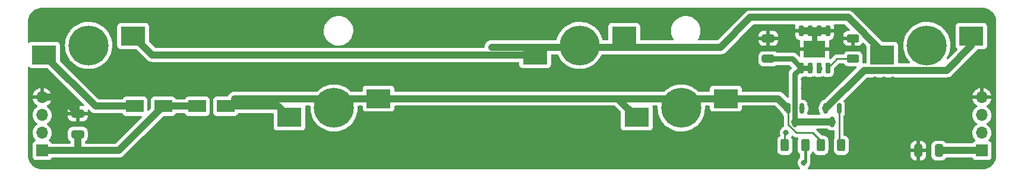
<source format=gbr>
%TF.GenerationSoftware,KiCad,Pcbnew,(6.0.1-0)*%
%TF.CreationDate,2022-02-14T10:28:33+01:00*%
%TF.ProjectId,UV_LED_stencil,55565f4c-4544-45f7-9374-656e63696c2e,V1.0*%
%TF.SameCoordinates,Original*%
%TF.FileFunction,Copper,L1,Top*%
%TF.FilePolarity,Positive*%
%FSLAX46Y46*%
G04 Gerber Fmt 4.6, Leading zero omitted, Abs format (unit mm)*
G04 Created by KiCad (PCBNEW (6.0.1-0)) date 2022-02-14 10:28:33*
%MOMM*%
%LPD*%
G01*
G04 APERTURE LIST*
G04 Aperture macros list*
%AMRoundRect*
0 Rectangle with rounded corners*
0 $1 Rounding radius*
0 $2 $3 $4 $5 $6 $7 $8 $9 X,Y pos of 4 corners*
0 Add a 4 corners polygon primitive as box body*
4,1,4,$2,$3,$4,$5,$6,$7,$8,$9,$2,$3,0*
0 Add four circle primitives for the rounded corners*
1,1,$1+$1,$2,$3*
1,1,$1+$1,$4,$5*
1,1,$1+$1,$6,$7*
1,1,$1+$1,$8,$9*
0 Add four rect primitives between the rounded corners*
20,1,$1+$1,$2,$3,$4,$5,0*
20,1,$1+$1,$4,$5,$6,$7,0*
20,1,$1+$1,$6,$7,$8,$9,0*
20,1,$1+$1,$8,$9,$2,$3,0*%
G04 Aperture macros list end*
%TA.AperFunction,SMDPad,CuDef*%
%ADD10R,3.500000X2.700000*%
%TD*%
%TA.AperFunction,SMDPad,CuDef*%
%ADD11C,5.700000*%
%TD*%
%TA.AperFunction,SMDPad,CuDef*%
%ADD12RoundRect,0.250000X0.625000X-0.312500X0.625000X0.312500X-0.625000X0.312500X-0.625000X-0.312500X0*%
%TD*%
%TA.AperFunction,SMDPad,CuDef*%
%ADD13RoundRect,0.250000X-0.312500X-0.625000X0.312500X-0.625000X0.312500X0.625000X-0.312500X0.625000X0*%
%TD*%
%TA.AperFunction,SMDPad,CuDef*%
%ADD14RoundRect,0.150000X0.150000X-0.650000X0.150000X0.650000X-0.150000X0.650000X-0.150000X-0.650000X0*%
%TD*%
%TA.AperFunction,SMDPad,CuDef*%
%ADD15R,3.100000X2.410000*%
%TD*%
%TA.AperFunction,SMDPad,CuDef*%
%ADD16RoundRect,0.150000X-0.150000X0.587500X-0.150000X-0.587500X0.150000X-0.587500X0.150000X0.587500X0*%
%TD*%
%TA.AperFunction,SMDPad,CuDef*%
%ADD17R,2.500000X1.800000*%
%TD*%
%TA.AperFunction,ComponentPad*%
%ADD18R,1.700000X1.700000*%
%TD*%
%TA.AperFunction,ComponentPad*%
%ADD19O,1.700000X1.700000*%
%TD*%
%TA.AperFunction,SMDPad,CuDef*%
%ADD20RoundRect,0.250000X0.325000X0.650000X-0.325000X0.650000X-0.325000X-0.650000X0.325000X-0.650000X0*%
%TD*%
%TA.AperFunction,SMDPad,CuDef*%
%ADD21RoundRect,0.250000X0.312500X0.625000X-0.312500X0.625000X-0.312500X-0.625000X0.312500X-0.625000X0*%
%TD*%
%TA.AperFunction,SMDPad,CuDef*%
%ADD22RoundRect,0.250000X0.650000X-0.325000X0.650000X0.325000X-0.650000X0.325000X-0.650000X-0.325000X0*%
%TD*%
%TA.AperFunction,ViaPad*%
%ADD23C,0.800000*%
%TD*%
%TA.AperFunction,Conductor*%
%ADD24C,0.800000*%
%TD*%
%TA.AperFunction,Conductor*%
%ADD25C,1.000000*%
%TD*%
%TA.AperFunction,Conductor*%
%ADD26C,0.250000*%
%TD*%
%TA.AperFunction,Conductor*%
%ADD27C,0.400000*%
%TD*%
G04 APERTURE END LIST*
D10*
%TO.P,D5,1,K*%
%TO.N,Net-(Q1-Pad2)*%
X128570000Y-115744000D03*
%TO.P,D5,2,A*%
%TO.N,Net-(D4-Pad1)*%
X115870000Y-118444000D03*
D11*
%TO.P,D5,3*%
%TO.N,N/C*%
X122220000Y-117094000D03*
%TD*%
D12*
%TO.P,R3,1*%
%TO.N,Net-(IC1-Pad4)*%
X146685000Y-110047500D03*
%TO.P,R3,2*%
%TO.N,GND*%
X146685000Y-107122500D03*
%TD*%
D13*
%TO.P,R2,1*%
%TO.N,Net-(Q1-Pad2)*%
X142109000Y-122428000D03*
%TO.P,R2,2*%
%TO.N,Net-(Q2-Pad1)*%
X145034000Y-122428000D03*
%TD*%
D10*
%TO.P,D1,1,K*%
%TO.N,Net-(D1-Pad1)*%
X79075000Y-115744000D03*
%TO.P,D1,2,A*%
%TO.N,Net-(D1-Pad2)*%
X66375000Y-118444000D03*
D11*
%TO.P,D1,3*%
%TO.N,N/C*%
X72725000Y-117094000D03*
%TD*%
D14*
%TO.P,IC1,1,OUT_1*%
%TO.N,Net-(IC1-Pad1)*%
X139319000Y-111362000D03*
%TO.P,IC1,2,OUT_2*%
X140589000Y-111362000D03*
%TO.P,IC1,3,EN*%
%TO.N,/PWM*%
X141859000Y-111362000D03*
%TO.P,IC1,4,ISET*%
%TO.N,Net-(IC1-Pad4)*%
X143129000Y-111362000D03*
%TO.P,IC1,5,GND_1*%
%TO.N,GND*%
X143129000Y-106062000D03*
%TO.P,IC1,6,GND_2*%
X141859000Y-106062000D03*
%TO.P,IC1,7,GND_3*%
X140589000Y-106062000D03*
%TO.P,IC1,8,GND_4*%
X139319000Y-106062000D03*
D15*
%TO.P,IC1,9,GND_5*%
X141224000Y-108712000D03*
%TD*%
D16*
%TO.P,Q2,1,G*%
%TO.N,Net-(Q2-Pad1)*%
X144714000Y-117172500D03*
%TO.P,Q2,2,D*%
%TO.N,Net-(D12-Pad1)*%
X142814000Y-117172500D03*
%TO.P,Q2,3,S*%
%TO.N,Net-(IC1-Pad1)*%
X143764000Y-119047500D03*
%TD*%
D17*
%TO.P,D14,1,K*%
%TO.N,Net-(D14-Pad1)*%
X44355000Y-116840000D03*
%TO.P,D14,2,A*%
%TO.N,+36V*%
X48355000Y-116840000D03*
%TD*%
D10*
%TO.P,D8,1,K*%
%TO.N,Net-(D9-Pad2)*%
X114081000Y-106790000D03*
%TO.P,D8,2,A*%
%TO.N,Net-(D7-Pad1)*%
X101381000Y-109490000D03*
D11*
%TO.P,D8,3*%
%TO.N,N/C*%
X107731000Y-108140000D03*
%TD*%
D18*
%TO.P,J2,1,Pin_1*%
%TO.N,+36V*%
X165075000Y-123180000D03*
D19*
%TO.P,J2,2,Pin_2*%
%TO.N,/TOGGLE*%
X165075000Y-120640000D03*
%TO.P,J2,3,Pin_3*%
%TO.N,/PWM*%
X165075000Y-118100000D03*
%TO.P,J2,4,Pin_4*%
%TO.N,GND*%
X165075000Y-115560000D03*
%TD*%
D20*
%TO.P,C3,1*%
%TO.N,+36V*%
X158955000Y-123190000D03*
%TO.P,C3,2*%
%TO.N,GND*%
X156005000Y-123190000D03*
%TD*%
D10*
%TO.P,D12,1,K*%
%TO.N,Net-(D12-Pad1)*%
X163576000Y-106790000D03*
%TO.P,D12,2,A*%
%TO.N,Net-(D11-Pad1)*%
X150876000Y-109490000D03*
D11*
%TO.P,D12,3*%
%TO.N,N/C*%
X157226000Y-108140000D03*
%TD*%
D10*
%TO.P,D7,1,K*%
%TO.N,Net-(D7-Pad1)*%
X44081000Y-106790000D03*
%TO.P,D7,2,A*%
%TO.N,Net-(D14-Pad1)*%
X31381000Y-109490000D03*
D11*
%TO.P,D7,3*%
%TO.N,N/C*%
X37731000Y-108140000D03*
%TD*%
D18*
%TO.P,J1,1,Pin_1*%
%TO.N,+36V*%
X31115000Y-123180000D03*
D19*
%TO.P,J1,2,Pin_2*%
%TO.N,/TOGGLE*%
X31115000Y-120640000D03*
%TO.P,J1,3,Pin_3*%
%TO.N,/PWM*%
X31115000Y-118100000D03*
%TO.P,J1,4,Pin_4*%
%TO.N,GND*%
X31115000Y-115560000D03*
%TD*%
D16*
%TO.P,Q1,1,G*%
%TO.N,Net-(Q1-Pad1)*%
X139380000Y-117172500D03*
%TO.P,Q1,2,D*%
%TO.N,Net-(Q1-Pad2)*%
X137480000Y-117172500D03*
%TO.P,Q1,3,S*%
%TO.N,Net-(IC1-Pad1)*%
X138430000Y-119047500D03*
%TD*%
D21*
%TO.P,R1,1*%
%TO.N,/TOGGLE*%
X139892500Y-122428000D03*
%TO.P,R1,2*%
%TO.N,Net-(Q1-Pad1)*%
X136967500Y-122428000D03*
%TD*%
D22*
%TO.P,C1,1*%
%TO.N,Net-(IC1-Pad1)*%
X134620000Y-110060000D03*
%TO.P,C1,2*%
%TO.N,GND*%
X134620000Y-107110000D03*
%TD*%
%TO.P,C2,1*%
%TO.N,+36V*%
X36195000Y-120855000D03*
%TO.P,C2,2*%
%TO.N,GND*%
X36195000Y-117905000D03*
%TD*%
D17*
%TO.P,D15,1,K*%
%TO.N,Net-(D1-Pad2)*%
X57245000Y-116840000D03*
%TO.P,D15,2,A*%
%TO.N,+36V*%
X53245000Y-116840000D03*
%TD*%
D23*
%TO.N,GND*%
X148590000Y-114300000D03*
X151130000Y-113030000D03*
X151130000Y-114300000D03*
X85725000Y-107950000D03*
X139700000Y-113030000D03*
X85725000Y-113030000D03*
X85725000Y-118110000D03*
X84455000Y-107950000D03*
X143510000Y-113030000D03*
X84455000Y-111760000D03*
X133350000Y-113030000D03*
X143510000Y-114300000D03*
X84455000Y-119380000D03*
X152400000Y-114300000D03*
X142240000Y-113030000D03*
X134620000Y-113030000D03*
X135890000Y-113030000D03*
X140970000Y-113030000D03*
X134620000Y-114300000D03*
X133350000Y-114300000D03*
X140970000Y-114300000D03*
X84455000Y-118110000D03*
X85725000Y-106680000D03*
X142240000Y-114300000D03*
X85725000Y-119380000D03*
X149860000Y-113030000D03*
X84455000Y-113030000D03*
X132080000Y-113030000D03*
X152400000Y-113030000D03*
X84455000Y-106680000D03*
X135890000Y-114300000D03*
X139700000Y-114300000D03*
X149860000Y-114300000D03*
X85725000Y-111760000D03*
X132080000Y-114300000D03*
%TO.N,/TOGGLE*%
X139700000Y-124930500D03*
%TO.N,/PWM*%
X141986000Y-111506000D03*
%TO.N,Net-(Q1-Pad1)*%
X139429500Y-117172500D03*
X137160000Y-120650000D03*
%TD*%
D24*
%TO.N,Net-(IC1-Pad1)*%
X138017000Y-110060000D02*
X139319000Y-111362000D01*
D25*
X143764000Y-119047500D02*
X138430000Y-119047500D01*
D24*
X139319000Y-111362000D02*
X138430000Y-112251000D01*
X138430000Y-112251000D02*
X138430000Y-119047500D01*
X140589000Y-111362000D02*
X139319000Y-111362000D01*
X134620000Y-110060000D02*
X138017000Y-110060000D01*
D25*
%TO.N,GND*%
X31115000Y-115570000D02*
X33860000Y-115570000D01*
D24*
X141224000Y-108712000D02*
X141224000Y-106426000D01*
D25*
X143129000Y-106062000D02*
X141859000Y-106062000D01*
X33860000Y-115570000D02*
X36195000Y-117905000D01*
X140589000Y-106062000D02*
X139319000Y-106062000D01*
X141859000Y-106062000D02*
X141588000Y-106062000D01*
D24*
X141224000Y-106426000D02*
X141588000Y-106062000D01*
D25*
X141588000Y-106062000D02*
X140589000Y-106062000D01*
%TO.N,+36V*%
X48355000Y-116840000D02*
X42005000Y-123190000D01*
X42005000Y-123190000D02*
X38735000Y-123190000D01*
X38735000Y-123190000D02*
X36195000Y-123190000D01*
X36195000Y-123190000D02*
X31115000Y-123190000D01*
X165075000Y-123180000D02*
X158965000Y-123180000D01*
X53245000Y-116840000D02*
X48355000Y-116840000D01*
X36195000Y-120855000D02*
X36195000Y-123190000D01*
X158965000Y-123180000D02*
X158955000Y-123190000D01*
%TO.N,Net-(D1-Pad1)*%
X79075000Y-115744000D02*
X133675000Y-115744000D01*
%TO.N,Net-(D1-Pad2)*%
X64771000Y-116840000D02*
X66375000Y-118444000D01*
X57245000Y-116840000D02*
X64771000Y-116840000D01*
%TO.N,Net-(D4-Pad1)*%
X58570000Y-115744000D02*
X113170000Y-115744000D01*
X113170000Y-115744000D02*
X115870000Y-118444000D01*
D26*
%TO.N,Net-(Q1-Pad2)*%
X140970000Y-120650000D02*
X142109000Y-121789000D01*
D25*
X128570000Y-115744000D02*
X136051500Y-115744000D01*
D26*
X142109000Y-121789000D02*
X142109000Y-122428000D01*
X138623928Y-120650000D02*
X140970000Y-120650000D01*
X137480000Y-119506072D02*
X138623928Y-120650000D01*
D25*
X137330480Y-117022980D02*
X137330480Y-117172500D01*
D26*
X137480000Y-117172500D02*
X137480000Y-119506072D01*
D25*
X136051500Y-115744000D02*
X137330480Y-117022980D01*
%TO.N,Net-(D7-Pad1)*%
X101381000Y-109490000D02*
X46781000Y-109490000D01*
X46781000Y-109490000D02*
X44081000Y-106790000D01*
%TO.N,Net-(D11-Pad1)*%
X95180521Y-108394521D02*
X127825479Y-108394521D01*
X127825479Y-108394521D02*
X132080000Y-104140000D01*
X132080000Y-104140000D02*
X145982824Y-104140000D01*
X150876000Y-109033176D02*
X145982824Y-104140000D01*
X150876000Y-109490000D02*
X150876000Y-109033176D01*
D27*
%TO.N,/TOGGLE*%
X139892500Y-124738000D02*
X139700000Y-124930500D01*
X139892500Y-122428000D02*
X139892500Y-124738000D01*
%TO.N,/PWM*%
X141859000Y-111362000D02*
X141859000Y-111379000D01*
X141859000Y-111379000D02*
X141986000Y-111506000D01*
D26*
%TO.N,Net-(Q1-Pad1)*%
X136967500Y-122428000D02*
X136967500Y-120842500D01*
X136967500Y-120842500D02*
X137160000Y-120650000D01*
%TO.N,Net-(Q2-Pad1)*%
X144714000Y-122108000D02*
X145034000Y-122428000D01*
X144714000Y-117172500D02*
X144714000Y-122108000D01*
%TO.N,Net-(IC1-Pad4)*%
X144443500Y-110047500D02*
X146685000Y-110047500D01*
X143129000Y-111362000D02*
X144443500Y-110047500D01*
D25*
%TO.N,Net-(D14-Pad1)*%
X31381000Y-109490000D02*
X38731000Y-116840000D01*
X38731000Y-116840000D02*
X44355000Y-116840000D01*
%TO.N,Net-(D12-Pad1)*%
X148258087Y-111689511D02*
X160090489Y-111689511D01*
X142814000Y-117133598D02*
X148258087Y-111689511D01*
X160090489Y-111689511D02*
X163576000Y-108204000D01*
X163576000Y-108204000D02*
X163576000Y-106790000D01*
X142814000Y-117172500D02*
X142814000Y-117133598D01*
%TD*%
%TA.AperFunction,Conductor*%
%TO.N,GND*%
G36*
X165070057Y-102744500D02*
G01*
X165084858Y-102746805D01*
X165084861Y-102746805D01*
X165093730Y-102748186D01*
X165109999Y-102746059D01*
X165134567Y-102745266D01*
X165356985Y-102759844D01*
X165373326Y-102761995D01*
X165617824Y-102810629D01*
X165633743Y-102814895D01*
X165869790Y-102895022D01*
X165885017Y-102901329D01*
X166108592Y-103011584D01*
X166122865Y-103019825D01*
X166330133Y-103158316D01*
X166343206Y-103168346D01*
X166433234Y-103247298D01*
X166530632Y-103332714D01*
X166542286Y-103344368D01*
X166551697Y-103355099D01*
X166640415Y-103456262D01*
X166706651Y-103531790D01*
X166716684Y-103544867D01*
X166855175Y-103752135D01*
X166863416Y-103766408D01*
X166973671Y-103989983D01*
X166979978Y-104005210D01*
X167060105Y-104241257D01*
X167064371Y-104257176D01*
X167113005Y-104501673D01*
X167115156Y-104518014D01*
X167129264Y-104733268D01*
X167128239Y-104756304D01*
X167128196Y-104759854D01*
X167126814Y-104768730D01*
X167129274Y-104787539D01*
X167130936Y-104800251D01*
X167132000Y-104816589D01*
X167132000Y-123775672D01*
X167130500Y-123795057D01*
X167129538Y-123801238D01*
X167126814Y-123818730D01*
X167128941Y-123834999D01*
X167129734Y-123859567D01*
X167115156Y-124081985D01*
X167113005Y-124098326D01*
X167064371Y-124342824D01*
X167060105Y-124358743D01*
X166979978Y-124594790D01*
X166973671Y-124610017D01*
X166863416Y-124833592D01*
X166855175Y-124847865D01*
X166716684Y-125055133D01*
X166706654Y-125068206D01*
X166660857Y-125120428D01*
X166542286Y-125255632D01*
X166530632Y-125267286D01*
X166343210Y-125431651D01*
X166330133Y-125441684D01*
X166122865Y-125580175D01*
X166108592Y-125588416D01*
X165885017Y-125698671D01*
X165869790Y-125704978D01*
X165633743Y-125785105D01*
X165617824Y-125789371D01*
X165373327Y-125838005D01*
X165356986Y-125840156D01*
X165141732Y-125854264D01*
X165118696Y-125853239D01*
X165115146Y-125853196D01*
X165106270Y-125851814D01*
X165077762Y-125855542D01*
X165074749Y-125855936D01*
X165058411Y-125857000D01*
X140358202Y-125857000D01*
X140290081Y-125836998D01*
X140243588Y-125783342D01*
X140233484Y-125713068D01*
X140262978Y-125648488D01*
X140284141Y-125629064D01*
X140305909Y-125613249D01*
X140305911Y-125613247D01*
X140311253Y-125609366D01*
X140315675Y-125604455D01*
X140434621Y-125472352D01*
X140434622Y-125472351D01*
X140439040Y-125467444D01*
X140534527Y-125302056D01*
X140593542Y-125120428D01*
X140613504Y-124930500D01*
X140604097Y-124841000D01*
X140602357Y-124824441D01*
X140603400Y-124797895D01*
X140602934Y-124797866D01*
X140603411Y-124790279D01*
X140604795Y-124782814D01*
X140601209Y-124720620D01*
X140601000Y-124713367D01*
X140601000Y-123887095D01*
X154922001Y-123887095D01*
X154922338Y-123893614D01*
X154932257Y-123989206D01*
X154935149Y-124002600D01*
X154986588Y-124156784D01*
X154992761Y-124169962D01*
X155078063Y-124307807D01*
X155087099Y-124319208D01*
X155201829Y-124433739D01*
X155213240Y-124442751D01*
X155351243Y-124527816D01*
X155364424Y-124533963D01*
X155518710Y-124585138D01*
X155532086Y-124588005D01*
X155626438Y-124597672D01*
X155632854Y-124598000D01*
X155732885Y-124598000D01*
X155748124Y-124593525D01*
X155749329Y-124592135D01*
X155751000Y-124584452D01*
X155751000Y-124579884D01*
X156259000Y-124579884D01*
X156263475Y-124595123D01*
X156264865Y-124596328D01*
X156272548Y-124597999D01*
X156377095Y-124597999D01*
X156383614Y-124597662D01*
X156479206Y-124587743D01*
X156492600Y-124584851D01*
X156646784Y-124533412D01*
X156659962Y-124527239D01*
X156797807Y-124441937D01*
X156809208Y-124432901D01*
X156923739Y-124318171D01*
X156932751Y-124306760D01*
X157017816Y-124168757D01*
X157023963Y-124155576D01*
X157075138Y-124001290D01*
X157078005Y-123987914D01*
X157087672Y-123893562D01*
X157087834Y-123890400D01*
X157871500Y-123890400D01*
X157871837Y-123893646D01*
X157871837Y-123893650D01*
X157881752Y-123989206D01*
X157882474Y-123996166D01*
X157884655Y-124002702D01*
X157884655Y-124002704D01*
X157911106Y-124081986D01*
X157938450Y-124163946D01*
X158031522Y-124314348D01*
X158156697Y-124439305D01*
X158162927Y-124443145D01*
X158162928Y-124443146D01*
X158300288Y-124527816D01*
X158307262Y-124532115D01*
X158370895Y-124553221D01*
X158468611Y-124585632D01*
X158468613Y-124585632D01*
X158475139Y-124587797D01*
X158481975Y-124588497D01*
X158481978Y-124588498D01*
X158525031Y-124592909D01*
X158579600Y-124598500D01*
X159330400Y-124598500D01*
X159333646Y-124598163D01*
X159333650Y-124598163D01*
X159429308Y-124588238D01*
X159429312Y-124588237D01*
X159436166Y-124587526D01*
X159442702Y-124585345D01*
X159442704Y-124585345D01*
X159584220Y-124538131D01*
X159603946Y-124531550D01*
X159754348Y-124438478D01*
X159879305Y-124313303D01*
X159897436Y-124283889D01*
X159919322Y-124248384D01*
X159972095Y-124200890D01*
X160026582Y-124188500D01*
X163653991Y-124188500D01*
X163722112Y-124208502D01*
X163768605Y-124262158D01*
X163770903Y-124267694D01*
X163771232Y-124268296D01*
X163774385Y-124276705D01*
X163861739Y-124393261D01*
X163978295Y-124480615D01*
X164114684Y-124531745D01*
X164176866Y-124538500D01*
X165973134Y-124538500D01*
X166035316Y-124531745D01*
X166171705Y-124480615D01*
X166288261Y-124393261D01*
X166375615Y-124276705D01*
X166426745Y-124140316D01*
X166433500Y-124078134D01*
X166433500Y-122281866D01*
X166426745Y-122219684D01*
X166375615Y-122083295D01*
X166288261Y-121966739D01*
X166171705Y-121879385D01*
X166100686Y-121852761D01*
X166053203Y-121834960D01*
X165996439Y-121792318D01*
X165971739Y-121725756D01*
X165986947Y-121656408D01*
X166008493Y-121627727D01*
X166109435Y-121527137D01*
X166113096Y-121523489D01*
X166153404Y-121467395D01*
X166240435Y-121346277D01*
X166243453Y-121342077D01*
X166246375Y-121336166D01*
X166340136Y-121146453D01*
X166340137Y-121146451D01*
X166342430Y-121141811D01*
X166407370Y-120928069D01*
X166436529Y-120706590D01*
X166438156Y-120640000D01*
X166419852Y-120417361D01*
X166365431Y-120200702D01*
X166276354Y-119995840D01*
X166221931Y-119911715D01*
X166157822Y-119812617D01*
X166157820Y-119812614D01*
X166155014Y-119808277D01*
X166004670Y-119643051D01*
X166000619Y-119639852D01*
X166000615Y-119639848D01*
X165833414Y-119507800D01*
X165833410Y-119507798D01*
X165829359Y-119504598D01*
X165788053Y-119481796D01*
X165738084Y-119431364D01*
X165723312Y-119361921D01*
X165748428Y-119295516D01*
X165775780Y-119268909D01*
X165819603Y-119237650D01*
X165954860Y-119141173D01*
X165975328Y-119120777D01*
X166109435Y-118987137D01*
X166113096Y-118983489D01*
X166156266Y-118923412D01*
X166240435Y-118806277D01*
X166243453Y-118802077D01*
X166289352Y-118709208D01*
X166340136Y-118606453D01*
X166340137Y-118606451D01*
X166342430Y-118601811D01*
X166407370Y-118388069D01*
X166436529Y-118166590D01*
X166436691Y-118159980D01*
X166438074Y-118103365D01*
X166438074Y-118103361D01*
X166438156Y-118100000D01*
X166419852Y-117877361D01*
X166365431Y-117660702D01*
X166276354Y-117455840D01*
X166220390Y-117369333D01*
X166157822Y-117272617D01*
X166157820Y-117272614D01*
X166155014Y-117268277D01*
X166004670Y-117103051D01*
X166000619Y-117099852D01*
X166000615Y-117099848D01*
X165833414Y-116967800D01*
X165833410Y-116967798D01*
X165829359Y-116964598D01*
X165787569Y-116941529D01*
X165737598Y-116891097D01*
X165722826Y-116821654D01*
X165747942Y-116755248D01*
X165775294Y-116728641D01*
X165950328Y-116603792D01*
X165958200Y-116597139D01*
X166109052Y-116446812D01*
X166115730Y-116438965D01*
X166240003Y-116266020D01*
X166245313Y-116257183D01*
X166339670Y-116066267D01*
X166343469Y-116056672D01*
X166405377Y-115852910D01*
X166407555Y-115842837D01*
X166408986Y-115831962D01*
X166406775Y-115817778D01*
X166393617Y-115814000D01*
X163758225Y-115814000D01*
X163744694Y-115817973D01*
X163743257Y-115827966D01*
X163773565Y-115962446D01*
X163776645Y-115972275D01*
X163856770Y-116169603D01*
X163861413Y-116178794D01*
X163972694Y-116360388D01*
X163978777Y-116368699D01*
X164118213Y-116529667D01*
X164125580Y-116536883D01*
X164289434Y-116672916D01*
X164297881Y-116678831D01*
X164366969Y-116719203D01*
X164415693Y-116770842D01*
X164428764Y-116840625D01*
X164402033Y-116906396D01*
X164361584Y-116939752D01*
X164348607Y-116946507D01*
X164344474Y-116949610D01*
X164344471Y-116949612D01*
X164241271Y-117027097D01*
X164169965Y-117080635D01*
X164111195Y-117142134D01*
X164037562Y-117219187D01*
X164015629Y-117242138D01*
X164012715Y-117246410D01*
X164012714Y-117246411D01*
X164000404Y-117264457D01*
X163889743Y-117426680D01*
X163870038Y-117469131D01*
X163803844Y-117611735D01*
X163795688Y-117629305D01*
X163735989Y-117844570D01*
X163712251Y-118066695D01*
X163712548Y-118071848D01*
X163712548Y-118071851D01*
X163722184Y-118238971D01*
X163725110Y-118289715D01*
X163726247Y-118294761D01*
X163726248Y-118294767D01*
X163732421Y-118322158D01*
X163774222Y-118507639D01*
X163812461Y-118601811D01*
X163851441Y-118697807D01*
X163858266Y-118714616D01*
X163974987Y-118905088D01*
X164121250Y-119073938D01*
X164293126Y-119216632D01*
X164363595Y-119257811D01*
X164366445Y-119259476D01*
X164415169Y-119311114D01*
X164428240Y-119380897D01*
X164401509Y-119446669D01*
X164361055Y-119480027D01*
X164348607Y-119486507D01*
X164344474Y-119489610D01*
X164344471Y-119489612D01*
X164179376Y-119613569D01*
X164169965Y-119620635D01*
X164166393Y-119624373D01*
X164021755Y-119775728D01*
X164015629Y-119782138D01*
X164012715Y-119786410D01*
X164012714Y-119786411D01*
X163974585Y-119842306D01*
X163889743Y-119966680D01*
X163845553Y-120061880D01*
X163798387Y-120163491D01*
X163795688Y-120169305D01*
X163735989Y-120384570D01*
X163712251Y-120606695D01*
X163712548Y-120611848D01*
X163712548Y-120611851D01*
X163718011Y-120706590D01*
X163725110Y-120829715D01*
X163726247Y-120834761D01*
X163726248Y-120834767D01*
X163728826Y-120846206D01*
X163774222Y-121047639D01*
X163830891Y-121187199D01*
X163854633Y-121245668D01*
X163858266Y-121254616D01*
X163974987Y-121445088D01*
X164121250Y-121613938D01*
X164125230Y-121617242D01*
X164129981Y-121621187D01*
X164169616Y-121680090D01*
X164171113Y-121751071D01*
X164133997Y-121811593D01*
X164093725Y-121836112D01*
X164050683Y-121852248D01*
X163978295Y-121879385D01*
X163861739Y-121966739D01*
X163774385Y-122083295D01*
X163771233Y-122091703D01*
X163766923Y-122099575D01*
X163765259Y-122098664D01*
X163729337Y-122146490D01*
X163662776Y-122171193D01*
X163653991Y-122171500D01*
X160014181Y-122171500D01*
X159946060Y-122151498D01*
X159907037Y-122111803D01*
X159898907Y-122098664D01*
X159878478Y-122065652D01*
X159753303Y-121940695D01*
X159720408Y-121920418D01*
X159608968Y-121851725D01*
X159608966Y-121851724D01*
X159602738Y-121847885D01*
X159498042Y-121813159D01*
X159441389Y-121794368D01*
X159441387Y-121794368D01*
X159434861Y-121792203D01*
X159428025Y-121791503D01*
X159428022Y-121791502D01*
X159384969Y-121787091D01*
X159330400Y-121781500D01*
X158579600Y-121781500D01*
X158576354Y-121781837D01*
X158576350Y-121781837D01*
X158480692Y-121791762D01*
X158480688Y-121791763D01*
X158473834Y-121792474D01*
X158467298Y-121794655D01*
X158467296Y-121794655D01*
X158346488Y-121834960D01*
X158306054Y-121848450D01*
X158155652Y-121941522D01*
X158030695Y-122066697D01*
X158026855Y-122072927D01*
X158026854Y-122072928D01*
X157966948Y-122170114D01*
X157937885Y-122217262D01*
X157882203Y-122385139D01*
X157871500Y-122489600D01*
X157871500Y-123890400D01*
X157087834Y-123890400D01*
X157088000Y-123887146D01*
X157088000Y-123462115D01*
X157083525Y-123446876D01*
X157082135Y-123445671D01*
X157074452Y-123444000D01*
X156277115Y-123444000D01*
X156261876Y-123448475D01*
X156260671Y-123449865D01*
X156259000Y-123457548D01*
X156259000Y-124579884D01*
X155751000Y-124579884D01*
X155751000Y-123462115D01*
X155746525Y-123446876D01*
X155745135Y-123445671D01*
X155737452Y-123444000D01*
X154940116Y-123444000D01*
X154924877Y-123448475D01*
X154923672Y-123449865D01*
X154922001Y-123457548D01*
X154922001Y-123887095D01*
X140601000Y-123887095D01*
X140601000Y-123770165D01*
X140621002Y-123702044D01*
X140660695Y-123663022D01*
X140673123Y-123655331D01*
X140673128Y-123655327D01*
X140679348Y-123651478D01*
X140804305Y-123526303D01*
X140854008Y-123445671D01*
X140893406Y-123381755D01*
X140946178Y-123334262D01*
X141016250Y-123322838D01*
X141081374Y-123351112D01*
X141107810Y-123381568D01*
X141148224Y-123446876D01*
X141198022Y-123527348D01*
X141323197Y-123652305D01*
X141329425Y-123656144D01*
X141329428Y-123656146D01*
X141466590Y-123740694D01*
X141473762Y-123745115D01*
X141549286Y-123770165D01*
X141635111Y-123798632D01*
X141635113Y-123798632D01*
X141641639Y-123800797D01*
X141648475Y-123801497D01*
X141648478Y-123801498D01*
X141691531Y-123805909D01*
X141746100Y-123811500D01*
X142471900Y-123811500D01*
X142475146Y-123811163D01*
X142475150Y-123811163D01*
X142570808Y-123801238D01*
X142570812Y-123801237D01*
X142577666Y-123800526D01*
X142584202Y-123798345D01*
X142584204Y-123798345D01*
X142716306Y-123754272D01*
X142745446Y-123744550D01*
X142895848Y-123651478D01*
X143020805Y-123526303D01*
X143060371Y-123462115D01*
X143109775Y-123381968D01*
X143109776Y-123381966D01*
X143113615Y-123375738D01*
X143169297Y-123207861D01*
X143180000Y-123103400D01*
X143180000Y-121752600D01*
X143172477Y-121680090D01*
X143169738Y-121653692D01*
X143169737Y-121653688D01*
X143169026Y-121646834D01*
X143162652Y-121627727D01*
X143115368Y-121486002D01*
X143113050Y-121479054D01*
X143019978Y-121328652D01*
X142894803Y-121203695D01*
X142888181Y-121199613D01*
X142750468Y-121114725D01*
X142750466Y-121114724D01*
X142744238Y-121110885D01*
X142664495Y-121084436D01*
X142582889Y-121057368D01*
X142582887Y-121057368D01*
X142576361Y-121055203D01*
X142569525Y-121054503D01*
X142569522Y-121054502D01*
X142521334Y-121049565D01*
X142471900Y-121044500D01*
X142312595Y-121044500D01*
X142244474Y-121024498D01*
X142223500Y-121007595D01*
X141487000Y-120271095D01*
X141452974Y-120208783D01*
X141458039Y-120137968D01*
X141500586Y-120081132D01*
X141567106Y-120056321D01*
X141576095Y-120056000D01*
X143051550Y-120056000D01*
X143119671Y-120076002D01*
X143140645Y-120092905D01*
X143207193Y-120159453D01*
X143214017Y-120163489D01*
X143214020Y-120163491D01*
X143320749Y-120226610D01*
X143350399Y-120244145D01*
X143358010Y-120246356D01*
X143358012Y-120246357D01*
X143375722Y-120251502D01*
X143510169Y-120290562D01*
X143516574Y-120291066D01*
X143516579Y-120291067D01*
X143545042Y-120293307D01*
X143545050Y-120293307D01*
X143547498Y-120293500D01*
X143954500Y-120293500D01*
X144022621Y-120313502D01*
X144069114Y-120367158D01*
X144080500Y-120419500D01*
X144080500Y-121361625D01*
X144061759Y-121427742D01*
X144033970Y-121472824D01*
X144029385Y-121480262D01*
X144015047Y-121523489D01*
X143982643Y-121621187D01*
X143973703Y-121648139D01*
X143973003Y-121654975D01*
X143973002Y-121654978D01*
X143972643Y-121658483D01*
X143963000Y-121752600D01*
X143963000Y-123103400D01*
X143973974Y-123209166D01*
X144029950Y-123376946D01*
X144123022Y-123527348D01*
X144248197Y-123652305D01*
X144254425Y-123656144D01*
X144254428Y-123656146D01*
X144391590Y-123740694D01*
X144398762Y-123745115D01*
X144474286Y-123770165D01*
X144560111Y-123798632D01*
X144560113Y-123798632D01*
X144566639Y-123800797D01*
X144573475Y-123801497D01*
X144573478Y-123801498D01*
X144616531Y-123805909D01*
X144671100Y-123811500D01*
X145396900Y-123811500D01*
X145400146Y-123811163D01*
X145400150Y-123811163D01*
X145495808Y-123801238D01*
X145495812Y-123801237D01*
X145502666Y-123800526D01*
X145509202Y-123798345D01*
X145509204Y-123798345D01*
X145641306Y-123754272D01*
X145670446Y-123744550D01*
X145820848Y-123651478D01*
X145945805Y-123526303D01*
X145985371Y-123462115D01*
X146034775Y-123381968D01*
X146034776Y-123381966D01*
X146038615Y-123375738D01*
X146094297Y-123207861D01*
X146105000Y-123103400D01*
X146105000Y-122917885D01*
X154922000Y-122917885D01*
X154926475Y-122933124D01*
X154927865Y-122934329D01*
X154935548Y-122936000D01*
X155732885Y-122936000D01*
X155748124Y-122931525D01*
X155749329Y-122930135D01*
X155751000Y-122922452D01*
X155751000Y-122917885D01*
X156259000Y-122917885D01*
X156263475Y-122933124D01*
X156264865Y-122934329D01*
X156272548Y-122936000D01*
X157069884Y-122936000D01*
X157085123Y-122931525D01*
X157086328Y-122930135D01*
X157087999Y-122922452D01*
X157087999Y-122492905D01*
X157087662Y-122486386D01*
X157077743Y-122390794D01*
X157074851Y-122377400D01*
X157023412Y-122223216D01*
X157017239Y-122210038D01*
X156931937Y-122072193D01*
X156922901Y-122060792D01*
X156808171Y-121946261D01*
X156796760Y-121937249D01*
X156658757Y-121852184D01*
X156645576Y-121846037D01*
X156491290Y-121794862D01*
X156477914Y-121791995D01*
X156383562Y-121782328D01*
X156377145Y-121782000D01*
X156277115Y-121782000D01*
X156261876Y-121786475D01*
X156260671Y-121787865D01*
X156259000Y-121795548D01*
X156259000Y-122917885D01*
X155751000Y-122917885D01*
X155751000Y-121800116D01*
X155746525Y-121784877D01*
X155745135Y-121783672D01*
X155737452Y-121782001D01*
X155632905Y-121782001D01*
X155626386Y-121782338D01*
X155530794Y-121792257D01*
X155517400Y-121795149D01*
X155363216Y-121846588D01*
X155350038Y-121852761D01*
X155212193Y-121938063D01*
X155200792Y-121947099D01*
X155086261Y-122061829D01*
X155077249Y-122073240D01*
X154992184Y-122211243D01*
X154986037Y-122224424D01*
X154934862Y-122378710D01*
X154931995Y-122392086D01*
X154922328Y-122486438D01*
X154922000Y-122492855D01*
X154922000Y-122917885D01*
X146105000Y-122917885D01*
X146105000Y-121752600D01*
X146097477Y-121680090D01*
X146094738Y-121653692D01*
X146094737Y-121653688D01*
X146094026Y-121646834D01*
X146087652Y-121627727D01*
X146040368Y-121486002D01*
X146038050Y-121479054D01*
X145944978Y-121328652D01*
X145819803Y-121203695D01*
X145813181Y-121199613D01*
X145675468Y-121114725D01*
X145675466Y-121114724D01*
X145669238Y-121110885D01*
X145589495Y-121084436D01*
X145507889Y-121057368D01*
X145507887Y-121057368D01*
X145501361Y-121055203D01*
X145494525Y-121054503D01*
X145494522Y-121054502D01*
X145460656Y-121051032D01*
X145394929Y-121024190D01*
X145354148Y-120966074D01*
X145347500Y-120925688D01*
X145347500Y-118259950D01*
X145367502Y-118191829D01*
X145378059Y-118178729D01*
X145377989Y-118178675D01*
X145382845Y-118172415D01*
X145388453Y-118166807D01*
X145392489Y-118159983D01*
X145392491Y-118159980D01*
X145464767Y-118037768D01*
X145473145Y-118023601D01*
X145481777Y-117993891D01*
X145500260Y-117930270D01*
X145519562Y-117863831D01*
X145520765Y-117848555D01*
X145522307Y-117828958D01*
X145522307Y-117828950D01*
X145522500Y-117826502D01*
X145522500Y-116518498D01*
X145520566Y-116493922D01*
X145520067Y-116487579D01*
X145520066Y-116487574D01*
X145519562Y-116481169D01*
X145473145Y-116321399D01*
X145435168Y-116257183D01*
X145392491Y-116185020D01*
X145392489Y-116185017D01*
X145388453Y-116178193D01*
X145381141Y-116170881D01*
X145380233Y-116169217D01*
X145377989Y-116166325D01*
X145378456Y-116165963D01*
X145347115Y-116108569D01*
X145352180Y-116037754D01*
X145381141Y-115992691D01*
X146079649Y-115294183D01*
X163739389Y-115294183D01*
X163740912Y-115302607D01*
X163753292Y-115306000D01*
X164802885Y-115306000D01*
X164818124Y-115301525D01*
X164819329Y-115300135D01*
X164821000Y-115292452D01*
X164821000Y-115287885D01*
X165329000Y-115287885D01*
X165333475Y-115303124D01*
X165334865Y-115304329D01*
X165342548Y-115306000D01*
X166393344Y-115306000D01*
X166406875Y-115302027D01*
X166408180Y-115292947D01*
X166366214Y-115125875D01*
X166362894Y-115116124D01*
X166277972Y-114920814D01*
X166273105Y-114911739D01*
X166157426Y-114732926D01*
X166151136Y-114724757D01*
X166007806Y-114567240D01*
X166000273Y-114560215D01*
X165833139Y-114428222D01*
X165824552Y-114422517D01*
X165638117Y-114319599D01*
X165628705Y-114315369D01*
X165427959Y-114244280D01*
X165417988Y-114241646D01*
X165346837Y-114228972D01*
X165333540Y-114230432D01*
X165329000Y-114244989D01*
X165329000Y-115287885D01*
X164821000Y-115287885D01*
X164821000Y-114243102D01*
X164817082Y-114229758D01*
X164802806Y-114227771D01*
X164764324Y-114233660D01*
X164754288Y-114236051D01*
X164551868Y-114302212D01*
X164542359Y-114306209D01*
X164353463Y-114404542D01*
X164344738Y-114410036D01*
X164174433Y-114537905D01*
X164166726Y-114544748D01*
X164019590Y-114698717D01*
X164013104Y-114706727D01*
X163893098Y-114882649D01*
X163888000Y-114891623D01*
X163798338Y-115084783D01*
X163794775Y-115094470D01*
X163739389Y-115294183D01*
X146079649Y-115294183D01*
X148638916Y-112734916D01*
X148701228Y-112700890D01*
X148728011Y-112698011D01*
X160028646Y-112698011D01*
X160042253Y-112698748D01*
X160073751Y-112702170D01*
X160073756Y-112702170D01*
X160079877Y-112702835D01*
X160106127Y-112700538D01*
X160129877Y-112698461D01*
X160134703Y-112698132D01*
X160137175Y-112698011D01*
X160140258Y-112698011D01*
X160152227Y-112696837D01*
X160182995Y-112693821D01*
X160184308Y-112693699D01*
X160228573Y-112689826D01*
X160276902Y-112685598D01*
X160282021Y-112684111D01*
X160287322Y-112683591D01*
X160376323Y-112656720D01*
X160377456Y-112656385D01*
X160460903Y-112632141D01*
X160460907Y-112632139D01*
X160466825Y-112630420D01*
X160471557Y-112627967D01*
X160476658Y-112626427D01*
X160494185Y-112617108D01*
X160558749Y-112582780D01*
X160559915Y-112582168D01*
X160636942Y-112542240D01*
X160642415Y-112539403D01*
X160646578Y-112536080D01*
X160651285Y-112533577D01*
X160723407Y-112474756D01*
X160724263Y-112474065D01*
X160763462Y-112442773D01*
X160765966Y-112440269D01*
X160766684Y-112439627D01*
X160771017Y-112435926D01*
X160804551Y-112408576D01*
X160833777Y-112373248D01*
X160841766Y-112364469D01*
X164245379Y-108960855D01*
X164255522Y-108951753D01*
X164280218Y-108931897D01*
X164285025Y-108928032D01*
X164317292Y-108889578D01*
X164320472Y-108885931D01*
X164322115Y-108884119D01*
X164324309Y-108881925D01*
X164351642Y-108848651D01*
X164352348Y-108847800D01*
X164352675Y-108847411D01*
X164412154Y-108776526D01*
X164414722Y-108771856D01*
X164418103Y-108767739D01*
X164446404Y-108714957D01*
X164496221Y-108664376D01*
X164557447Y-108648500D01*
X165374134Y-108648500D01*
X165436316Y-108641745D01*
X165572705Y-108590615D01*
X165689261Y-108503261D01*
X165776615Y-108386705D01*
X165827745Y-108250316D01*
X165834500Y-108188134D01*
X165834500Y-105391866D01*
X165827745Y-105329684D01*
X165776615Y-105193295D01*
X165689261Y-105076739D01*
X165572705Y-104989385D01*
X165436316Y-104938255D01*
X165374134Y-104931500D01*
X161777866Y-104931500D01*
X161715684Y-104938255D01*
X161579295Y-104989385D01*
X161462739Y-105076739D01*
X161375385Y-105193295D01*
X161324255Y-105329684D01*
X161317500Y-105391866D01*
X161317500Y-108188134D01*
X161324255Y-108250316D01*
X161375385Y-108386705D01*
X161462739Y-108503261D01*
X161498324Y-108529930D01*
X161568094Y-108582220D01*
X161610609Y-108639079D01*
X161615635Y-108709898D01*
X161581624Y-108772141D01*
X160728882Y-109624884D01*
X160265342Y-110088424D01*
X160203030Y-110122449D01*
X160132215Y-110117385D01*
X160075379Y-110074838D01*
X160050568Y-110008318D01*
X160065659Y-109938944D01*
X160072407Y-109927962D01*
X160094930Y-109895190D01*
X160096861Y-109892381D01*
X160098473Y-109889387D01*
X160098478Y-109889379D01*
X160261996Y-109585692D01*
X160269325Y-109572080D01*
X160406188Y-109235027D01*
X160407969Y-109228777D01*
X160459828Y-109046725D01*
X160505850Y-108885164D01*
X160526138Y-108766475D01*
X160566571Y-108529930D01*
X160566571Y-108529928D01*
X160567143Y-108526583D01*
X160568241Y-108508642D01*
X160587683Y-108190753D01*
X160589351Y-108163481D01*
X160589433Y-108140000D01*
X160569760Y-107776751D01*
X160510972Y-107417752D01*
X160413756Y-107067202D01*
X160409331Y-107056081D01*
X160297866Y-106775984D01*
X160279249Y-106729201D01*
X160154941Y-106494424D01*
X160110624Y-106410723D01*
X160110620Y-106410716D01*
X160109025Y-106407704D01*
X160107118Y-106404888D01*
X160107113Y-106404879D01*
X159906985Y-106109292D01*
X159905075Y-106106471D01*
X159669785Y-105829027D01*
X159405908Y-105578617D01*
X159116530Y-105358170D01*
X159113618Y-105356413D01*
X159113613Y-105356410D01*
X158807951Y-105172023D01*
X158807945Y-105172020D01*
X158805036Y-105170265D01*
X158475071Y-105017100D01*
X158130494Y-104900467D01*
X158121234Y-104898414D01*
X158046485Y-104881843D01*
X157775336Y-104821731D01*
X157623275Y-104804943D01*
X157417133Y-104782184D01*
X157417128Y-104782184D01*
X157413752Y-104781811D01*
X157410353Y-104781805D01*
X157410352Y-104781805D01*
X157238762Y-104781506D01*
X157049972Y-104781176D01*
X156914831Y-104795618D01*
X156691634Y-104819471D01*
X156691628Y-104819472D01*
X156688250Y-104819833D01*
X156332820Y-104897330D01*
X155987838Y-105012759D01*
X155984745Y-105014182D01*
X155984744Y-105014182D01*
X155848735Y-105076739D01*
X155657340Y-105164771D01*
X155345192Y-105351588D01*
X155055046Y-105571023D01*
X154790296Y-105820511D01*
X154788084Y-105823101D01*
X154788083Y-105823102D01*
X154614050Y-106026869D01*
X154554040Y-106097132D01*
X154349040Y-106397651D01*
X154347439Y-106400650D01*
X154229035Y-106622400D01*
X154177694Y-106718552D01*
X154176419Y-106721724D01*
X154176417Y-106721728D01*
X154056430Y-107020208D01*
X154042009Y-107056081D01*
X154041090Y-107059349D01*
X154041088Y-107059356D01*
X153945382Y-107399840D01*
X153943569Y-107406290D01*
X153943007Y-107409647D01*
X153943007Y-107409648D01*
X153890445Y-107723750D01*
X153883528Y-107765082D01*
X153862587Y-108128259D01*
X153862759Y-108131654D01*
X153862759Y-108131655D01*
X153878605Y-108444452D01*
X153880992Y-108491574D01*
X153881529Y-108494929D01*
X153881530Y-108494935D01*
X153904601Y-108638971D01*
X153938527Y-108850777D01*
X154034519Y-109201664D01*
X154167845Y-109540133D01*
X154169428Y-109543148D01*
X154335362Y-109859206D01*
X154335367Y-109859214D01*
X154336946Y-109862222D01*
X154338840Y-109865040D01*
X154338845Y-109865049D01*
X154467585Y-110056634D01*
X154539843Y-110164165D01*
X154774163Y-110442428D01*
X154776623Y-110444779D01*
X154776626Y-110444782D01*
X154796650Y-110463917D01*
X154832080Y-110525441D01*
X154828623Y-110596354D01*
X154787377Y-110654140D01*
X154721437Y-110680454D01*
X154709599Y-110681011D01*
X153260500Y-110681011D01*
X153192379Y-110661009D01*
X153145886Y-110607353D01*
X153134500Y-110555011D01*
X153134500Y-108091866D01*
X153127745Y-108029684D01*
X153076615Y-107893295D01*
X152989261Y-107776739D01*
X152872705Y-107689385D01*
X152736316Y-107638255D01*
X152674134Y-107631500D01*
X150952749Y-107631500D01*
X150884628Y-107611498D01*
X150863654Y-107594595D01*
X146739679Y-103470621D01*
X146730577Y-103460478D01*
X146710721Y-103435782D01*
X146706856Y-103430975D01*
X146668402Y-103398708D01*
X146664755Y-103395528D01*
X146662943Y-103393885D01*
X146660749Y-103391691D01*
X146627475Y-103364358D01*
X146626677Y-103363696D01*
X146555350Y-103303846D01*
X146550680Y-103301278D01*
X146546563Y-103297897D01*
X146464738Y-103254023D01*
X146463579Y-103253394D01*
X146387443Y-103211538D01*
X146387435Y-103211535D01*
X146382037Y-103208567D01*
X146376955Y-103206955D01*
X146372261Y-103204438D01*
X146283293Y-103177238D01*
X146282265Y-103176918D01*
X146193518Y-103148765D01*
X146188222Y-103148171D01*
X146183126Y-103146613D01*
X146090567Y-103137210D01*
X146089431Y-103137089D01*
X146055816Y-103133319D01*
X146043094Y-103131892D01*
X146043090Y-103131892D01*
X146039597Y-103131500D01*
X146036070Y-103131500D01*
X146035085Y-103131445D01*
X146029405Y-103130998D01*
X145999999Y-103128011D01*
X145992487Y-103127248D01*
X145992485Y-103127248D01*
X145986362Y-103126626D01*
X145944083Y-103130623D01*
X145940715Y-103130941D01*
X145928857Y-103131500D01*
X132141842Y-103131500D01*
X132128235Y-103130763D01*
X132096737Y-103127341D01*
X132096732Y-103127341D01*
X132090611Y-103126676D01*
X132072611Y-103128251D01*
X132040609Y-103131050D01*
X132035784Y-103131379D01*
X132033313Y-103131500D01*
X132030231Y-103131500D01*
X132007763Y-103133703D01*
X131987489Y-103135691D01*
X131986174Y-103135813D01*
X131953913Y-103138636D01*
X131893587Y-103143913D01*
X131888468Y-103145400D01*
X131883167Y-103145920D01*
X131877262Y-103147703D01*
X131877261Y-103147703D01*
X131857907Y-103153546D01*
X131794194Y-103172782D01*
X131793054Y-103173120D01*
X131703663Y-103199091D01*
X131698929Y-103201545D01*
X131693831Y-103203084D01*
X131688387Y-103205978D01*
X131688386Y-103205979D01*
X131611831Y-103246684D01*
X131610663Y-103247298D01*
X131528074Y-103290108D01*
X131523911Y-103293431D01*
X131519204Y-103295934D01*
X131447082Y-103354755D01*
X131446226Y-103355446D01*
X131407027Y-103386738D01*
X131404523Y-103389242D01*
X131403805Y-103389884D01*
X131399472Y-103393585D01*
X131365938Y-103420935D01*
X131362011Y-103425682D01*
X131362009Y-103425684D01*
X131336713Y-103456262D01*
X131328723Y-103465042D01*
X127444650Y-107349116D01*
X127382338Y-107383142D01*
X127355555Y-107386021D01*
X124731156Y-107386021D01*
X124663035Y-107366019D01*
X124616542Y-107312363D01*
X124606438Y-107242089D01*
X124623724Y-107194186D01*
X124725680Y-107027810D01*
X124725686Y-107027799D01*
X124727927Y-107024142D01*
X124763916Y-106942158D01*
X124841757Y-106764830D01*
X124843483Y-106760898D01*
X124844754Y-106756438D01*
X124921068Y-106488534D01*
X124922244Y-106484406D01*
X124962751Y-106199784D01*
X124962792Y-106192099D01*
X124964235Y-105916583D01*
X124964235Y-105916576D01*
X124964257Y-105912297D01*
X124951866Y-105818174D01*
X124927292Y-105631522D01*
X124926732Y-105627266D01*
X124850871Y-105349964D01*
X124784046Y-105193295D01*
X124739763Y-105089476D01*
X124739761Y-105089472D01*
X124738077Y-105085524D01*
X124663527Y-104960960D01*
X124592643Y-104842521D01*
X124592640Y-104842517D01*
X124590439Y-104838839D01*
X124410687Y-104614472D01*
X124202149Y-104416577D01*
X123968683Y-104248814D01*
X123946843Y-104237250D01*
X123923654Y-104224972D01*
X123714608Y-104114288D01*
X123444627Y-104015489D01*
X123163736Y-103954245D01*
X123132685Y-103951801D01*
X122940718Y-103936693D01*
X122940709Y-103936693D01*
X122938261Y-103936500D01*
X122782729Y-103936500D01*
X122780593Y-103936646D01*
X122780582Y-103936646D01*
X122572452Y-103950835D01*
X122572446Y-103950836D01*
X122568175Y-103951127D01*
X122563980Y-103951996D01*
X122563978Y-103951996D01*
X122427417Y-103980276D01*
X122286658Y-104009426D01*
X122015657Y-104105393D01*
X121760188Y-104237250D01*
X121756687Y-104239711D01*
X121756683Y-104239713D01*
X121740167Y-104251321D01*
X121524977Y-104402559D01*
X121314378Y-104598260D01*
X121132287Y-104820732D01*
X120982073Y-105065858D01*
X120980347Y-105069791D01*
X120980346Y-105069792D01*
X120926132Y-105193295D01*
X120866517Y-105329102D01*
X120787756Y-105605594D01*
X120747249Y-105890216D01*
X120747227Y-105894505D01*
X120747226Y-105894512D01*
X120745765Y-106173417D01*
X120745743Y-106177703D01*
X120746302Y-106181947D01*
X120746302Y-106181951D01*
X120762606Y-106305792D01*
X120783268Y-106462734D01*
X120859129Y-106740036D01*
X120860813Y-106743984D01*
X120922456Y-106888502D01*
X120971923Y-107004476D01*
X121011435Y-107070495D01*
X121086138Y-107195315D01*
X121103958Y-107264039D01*
X121081794Y-107331487D01*
X121026683Y-107376245D01*
X120978022Y-107386021D01*
X116465500Y-107386021D01*
X116397379Y-107366019D01*
X116350886Y-107312363D01*
X116339500Y-107260021D01*
X116339500Y-105391866D01*
X116332745Y-105329684D01*
X116281615Y-105193295D01*
X116194261Y-105076739D01*
X116077705Y-104989385D01*
X115941316Y-104938255D01*
X115879134Y-104931500D01*
X112282866Y-104931500D01*
X112220684Y-104938255D01*
X112084295Y-104989385D01*
X111967739Y-105076739D01*
X111880385Y-105193295D01*
X111829255Y-105329684D01*
X111822500Y-105391866D01*
X111822500Y-107260021D01*
X111802498Y-107328142D01*
X111748842Y-107374635D01*
X111696500Y-107386021D01*
X111102984Y-107386021D01*
X111034863Y-107366019D01*
X110988370Y-107312363D01*
X110981571Y-107293708D01*
X110918756Y-107067202D01*
X110914331Y-107056081D01*
X110802866Y-106775984D01*
X110784249Y-106729201D01*
X110659941Y-106494424D01*
X110615624Y-106410723D01*
X110615620Y-106410716D01*
X110614025Y-106407704D01*
X110612118Y-106404888D01*
X110612113Y-106404879D01*
X110411985Y-106109292D01*
X110410075Y-106106471D01*
X110174785Y-105829027D01*
X109910908Y-105578617D01*
X109621530Y-105358170D01*
X109618618Y-105356413D01*
X109618613Y-105356410D01*
X109312951Y-105172023D01*
X109312945Y-105172020D01*
X109310036Y-105170265D01*
X108980071Y-105017100D01*
X108635494Y-104900467D01*
X108626234Y-104898414D01*
X108551485Y-104881843D01*
X108280336Y-104821731D01*
X108128275Y-104804943D01*
X107922133Y-104782184D01*
X107922128Y-104782184D01*
X107918752Y-104781811D01*
X107915353Y-104781805D01*
X107915352Y-104781805D01*
X107743762Y-104781506D01*
X107554972Y-104781176D01*
X107419831Y-104795618D01*
X107196634Y-104819471D01*
X107196628Y-104819472D01*
X107193250Y-104819833D01*
X106837820Y-104897330D01*
X106492838Y-105012759D01*
X106489745Y-105014182D01*
X106489744Y-105014182D01*
X106353735Y-105076739D01*
X106162340Y-105164771D01*
X105850192Y-105351588D01*
X105560046Y-105571023D01*
X105295296Y-105820511D01*
X105293084Y-105823101D01*
X105293083Y-105823102D01*
X105119050Y-106026869D01*
X105059040Y-106097132D01*
X104854040Y-106397651D01*
X104852439Y-106400650D01*
X104734035Y-106622400D01*
X104682694Y-106718552D01*
X104681419Y-106721724D01*
X104681417Y-106721728D01*
X104561430Y-107020208D01*
X104547009Y-107056081D01*
X104546090Y-107059349D01*
X104546088Y-107059356D01*
X104480099Y-107294117D01*
X104442409Y-107354284D01*
X104378174Y-107384523D01*
X104358800Y-107386021D01*
X95130752Y-107386021D01*
X95127696Y-107386321D01*
X95127689Y-107386321D01*
X95069181Y-107392058D01*
X94983688Y-107400441D01*
X94977787Y-107402223D01*
X94977785Y-107402223D01*
X94975172Y-107403012D01*
X94794352Y-107457605D01*
X94619725Y-107550455D01*
X94561920Y-107597600D01*
X94471234Y-107671561D01*
X94471231Y-107671564D01*
X94466459Y-107675456D01*
X94462532Y-107680203D01*
X94462530Y-107680205D01*
X94344320Y-107823096D01*
X94344318Y-107823100D01*
X94340391Y-107827846D01*
X94246323Y-108001820D01*
X94187839Y-108190753D01*
X94187196Y-108196876D01*
X94187195Y-108196878D01*
X94169139Y-108368671D01*
X94142126Y-108434327D01*
X94083904Y-108474957D01*
X94043829Y-108481500D01*
X47250924Y-108481500D01*
X47182803Y-108461498D01*
X47161829Y-108444595D01*
X46376405Y-107659171D01*
X46342379Y-107596859D01*
X46339500Y-107570076D01*
X46339500Y-106177703D01*
X71250743Y-106177703D01*
X71251302Y-106181947D01*
X71251302Y-106181951D01*
X71267606Y-106305792D01*
X71288268Y-106462734D01*
X71364129Y-106740036D01*
X71365813Y-106743984D01*
X71427456Y-106888502D01*
X71476923Y-107004476D01*
X71516435Y-107070495D01*
X71619132Y-107242089D01*
X71624561Y-107251161D01*
X71804313Y-107475528D01*
X71821397Y-107491740D01*
X72002187Y-107663303D01*
X72012851Y-107673423D01*
X72156630Y-107776739D01*
X72235297Y-107833267D01*
X72246317Y-107841186D01*
X72250112Y-107843195D01*
X72250113Y-107843196D01*
X72271869Y-107854715D01*
X72500392Y-107975712D01*
X72627659Y-108022285D01*
X72669922Y-108037751D01*
X72770373Y-108074511D01*
X73051264Y-108135755D01*
X73079841Y-108138004D01*
X73274282Y-108153307D01*
X73274291Y-108153307D01*
X73276739Y-108153500D01*
X73432271Y-108153500D01*
X73434407Y-108153354D01*
X73434418Y-108153354D01*
X73642548Y-108139165D01*
X73642554Y-108139164D01*
X73646825Y-108138873D01*
X73651020Y-108138004D01*
X73651022Y-108138004D01*
X73857314Y-108095283D01*
X73928342Y-108080574D01*
X74199343Y-107984607D01*
X74454812Y-107852750D01*
X74458313Y-107850289D01*
X74458317Y-107850287D01*
X74600191Y-107750576D01*
X74690023Y-107687441D01*
X74837437Y-107550455D01*
X74897479Y-107494661D01*
X74897481Y-107494658D01*
X74900622Y-107491740D01*
X75082713Y-107269268D01*
X75232927Y-107024142D01*
X75268916Y-106942158D01*
X75346757Y-106764830D01*
X75348483Y-106760898D01*
X75349754Y-106756438D01*
X75426068Y-106488534D01*
X75427244Y-106484406D01*
X75467751Y-106199784D01*
X75467792Y-106192099D01*
X75469235Y-105916583D01*
X75469235Y-105916576D01*
X75469257Y-105912297D01*
X75456866Y-105818174D01*
X75432292Y-105631522D01*
X75431732Y-105627266D01*
X75355871Y-105349964D01*
X75289046Y-105193295D01*
X75244763Y-105089476D01*
X75244761Y-105089472D01*
X75243077Y-105085524D01*
X75168527Y-104960960D01*
X75097643Y-104842521D01*
X75097640Y-104842517D01*
X75095439Y-104838839D01*
X74915687Y-104614472D01*
X74707149Y-104416577D01*
X74473683Y-104248814D01*
X74451843Y-104237250D01*
X74428654Y-104224972D01*
X74219608Y-104114288D01*
X73949627Y-104015489D01*
X73668736Y-103954245D01*
X73637685Y-103951801D01*
X73445718Y-103936693D01*
X73445709Y-103936693D01*
X73443261Y-103936500D01*
X73287729Y-103936500D01*
X73285593Y-103936646D01*
X73285582Y-103936646D01*
X73077452Y-103950835D01*
X73077446Y-103950836D01*
X73073175Y-103951127D01*
X73068980Y-103951996D01*
X73068978Y-103951996D01*
X72932417Y-103980276D01*
X72791658Y-104009426D01*
X72520657Y-104105393D01*
X72265188Y-104237250D01*
X72261687Y-104239711D01*
X72261683Y-104239713D01*
X72245167Y-104251321D01*
X72029977Y-104402559D01*
X71819378Y-104598260D01*
X71637287Y-104820732D01*
X71487073Y-105065858D01*
X71485347Y-105069791D01*
X71485346Y-105069792D01*
X71431132Y-105193295D01*
X71371517Y-105329102D01*
X71292756Y-105605594D01*
X71252249Y-105890216D01*
X71252227Y-105894505D01*
X71252226Y-105894512D01*
X71250765Y-106173417D01*
X71250743Y-106177703D01*
X46339500Y-106177703D01*
X46339500Y-105391866D01*
X46332745Y-105329684D01*
X46281615Y-105193295D01*
X46194261Y-105076739D01*
X46077705Y-104989385D01*
X45941316Y-104938255D01*
X45879134Y-104931500D01*
X42282866Y-104931500D01*
X42220684Y-104938255D01*
X42084295Y-104989385D01*
X41967739Y-105076739D01*
X41880385Y-105193295D01*
X41829255Y-105329684D01*
X41822500Y-105391866D01*
X41822500Y-108188134D01*
X41829255Y-108250316D01*
X41880385Y-108386705D01*
X41967739Y-108503261D01*
X42084295Y-108590615D01*
X42220684Y-108641745D01*
X42282866Y-108648500D01*
X44461075Y-108648500D01*
X44529196Y-108668502D01*
X44550170Y-108685405D01*
X46024145Y-110159379D01*
X46033247Y-110169522D01*
X46056968Y-110199025D01*
X46061696Y-110202992D01*
X46095421Y-110231291D01*
X46099070Y-110234473D01*
X46100883Y-110236117D01*
X46103075Y-110238309D01*
X46136276Y-110265580D01*
X46137164Y-110266318D01*
X46141644Y-110270076D01*
X46203753Y-110322193D01*
X46203756Y-110322195D01*
X46208474Y-110326154D01*
X46213147Y-110328723D01*
X46217262Y-110332103D01*
X46222691Y-110335014D01*
X46222694Y-110335016D01*
X46299180Y-110376028D01*
X46300338Y-110376657D01*
X46355866Y-110407183D01*
X46381787Y-110421433D01*
X46386865Y-110423044D01*
X46391563Y-110425563D01*
X46480498Y-110452753D01*
X46481702Y-110453128D01*
X46570306Y-110481235D01*
X46575597Y-110481828D01*
X46580698Y-110483388D01*
X46673311Y-110492795D01*
X46674431Y-110492915D01*
X46724227Y-110498500D01*
X46727756Y-110498500D01*
X46728739Y-110498555D01*
X46734426Y-110499003D01*
X46754683Y-110501060D01*
X46771336Y-110502752D01*
X46771339Y-110502752D01*
X46777463Y-110503374D01*
X46823112Y-110499059D01*
X46834969Y-110498500D01*
X98996500Y-110498500D01*
X99064621Y-110518502D01*
X99111114Y-110572158D01*
X99122500Y-110624500D01*
X99122500Y-110888134D01*
X99129255Y-110950316D01*
X99180385Y-111086705D01*
X99267739Y-111203261D01*
X99384295Y-111290615D01*
X99520684Y-111341745D01*
X99582866Y-111348500D01*
X103179134Y-111348500D01*
X103241316Y-111341745D01*
X103377705Y-111290615D01*
X103494261Y-111203261D01*
X103581615Y-111086705D01*
X103632745Y-110950316D01*
X103639500Y-110888134D01*
X103639500Y-109529021D01*
X103659502Y-109460900D01*
X103713158Y-109414407D01*
X103765500Y-109403021D01*
X104533044Y-109403021D01*
X104601165Y-109423023D01*
X104650276Y-109482841D01*
X104671592Y-109536955D01*
X104671597Y-109536965D01*
X104672845Y-109540133D01*
X104674428Y-109543148D01*
X104840362Y-109859206D01*
X104840367Y-109859214D01*
X104841946Y-109862222D01*
X104843840Y-109865040D01*
X104843845Y-109865049D01*
X104972585Y-110056634D01*
X105044843Y-110164165D01*
X105279163Y-110442428D01*
X105406392Y-110564010D01*
X105539702Y-110691405D01*
X105539709Y-110691411D01*
X105542165Y-110693758D01*
X105830771Y-110915214D01*
X105833689Y-110916988D01*
X106138692Y-111102433D01*
X106138697Y-111102436D01*
X106141607Y-111104205D01*
X106144695Y-111105651D01*
X106144694Y-111105651D01*
X106467952Y-111257077D01*
X106467962Y-111257081D01*
X106471036Y-111258521D01*
X106474254Y-111259623D01*
X106474257Y-111259624D01*
X106811981Y-111375253D01*
X106811989Y-111375255D01*
X106815204Y-111376356D01*
X107170084Y-111456332D01*
X107223123Y-111462375D01*
X107528144Y-111497128D01*
X107528152Y-111497128D01*
X107531527Y-111497513D01*
X107534931Y-111497531D01*
X107534934Y-111497531D01*
X107733058Y-111498568D01*
X107895303Y-111499418D01*
X107898689Y-111499068D01*
X107898691Y-111499068D01*
X108253765Y-111462375D01*
X108253774Y-111462374D01*
X108257157Y-111462024D01*
X108260490Y-111461310D01*
X108260493Y-111461309D01*
X108370895Y-111437641D01*
X108612856Y-111385768D01*
X108958239Y-111271544D01*
X108961323Y-111270138D01*
X108961332Y-111270135D01*
X109286171Y-111122096D01*
X109289265Y-111120686D01*
X109411220Y-111048275D01*
X109599128Y-110936704D01*
X109599132Y-110936701D01*
X109602063Y-110934961D01*
X109892973Y-110716539D01*
X110158592Y-110467977D01*
X110395813Y-110192182D01*
X110569859Y-109938944D01*
X110599931Y-109895190D01*
X110599936Y-109895182D01*
X110601861Y-109892381D01*
X110603473Y-109889387D01*
X110603478Y-109889379D01*
X110766996Y-109585692D01*
X110774325Y-109572080D01*
X110811059Y-109481616D01*
X110855219Y-109426026D01*
X110927801Y-109403021D01*
X127763636Y-109403021D01*
X127777243Y-109403758D01*
X127808741Y-109407180D01*
X127808746Y-109407180D01*
X127814867Y-109407845D01*
X127841117Y-109405548D01*
X127864867Y-109403471D01*
X127869693Y-109403142D01*
X127872165Y-109403021D01*
X127875248Y-109403021D01*
X127887217Y-109401847D01*
X127917985Y-109398831D01*
X127919298Y-109398709D01*
X127963563Y-109394836D01*
X128011892Y-109390608D01*
X128017011Y-109389121D01*
X128022312Y-109388601D01*
X128111313Y-109361730D01*
X128112446Y-109361395D01*
X128195893Y-109337151D01*
X128195897Y-109337149D01*
X128201815Y-109335430D01*
X128206547Y-109332977D01*
X128211648Y-109331437D01*
X128237565Y-109317657D01*
X128293739Y-109287790D01*
X128294905Y-109287178D01*
X128371932Y-109247250D01*
X128377405Y-109244413D01*
X128381568Y-109241090D01*
X128386275Y-109238587D01*
X128458397Y-109179766D01*
X128459253Y-109179075D01*
X128498452Y-109147783D01*
X128500956Y-109145279D01*
X128501674Y-109144637D01*
X128506007Y-109140936D01*
X128539541Y-109113586D01*
X128568767Y-109078258D01*
X128576756Y-109069479D01*
X130164140Y-107482095D01*
X133212001Y-107482095D01*
X133212338Y-107488614D01*
X133222257Y-107584206D01*
X133225149Y-107597600D01*
X133276588Y-107751784D01*
X133282761Y-107764962D01*
X133368063Y-107902807D01*
X133377099Y-107914208D01*
X133491829Y-108028739D01*
X133503240Y-108037751D01*
X133641243Y-108122816D01*
X133654424Y-108128963D01*
X133808710Y-108180138D01*
X133822086Y-108183005D01*
X133916438Y-108192672D01*
X133922854Y-108193000D01*
X134347885Y-108193000D01*
X134363124Y-108188525D01*
X134364329Y-108187135D01*
X134366000Y-108179452D01*
X134366000Y-108174884D01*
X134874000Y-108174884D01*
X134878475Y-108190123D01*
X134879865Y-108191328D01*
X134887548Y-108192999D01*
X135317095Y-108192999D01*
X135323614Y-108192662D01*
X135419206Y-108182743D01*
X135432600Y-108179851D01*
X135586784Y-108128412D01*
X135599962Y-108122239D01*
X135737807Y-108036937D01*
X135749208Y-108027901D01*
X135863739Y-107913171D01*
X135872751Y-107901760D01*
X135957816Y-107763757D01*
X135963963Y-107750576D01*
X136015138Y-107596290D01*
X136018005Y-107582914D01*
X136027672Y-107488562D01*
X136028000Y-107482146D01*
X136028000Y-107382115D01*
X136023525Y-107366876D01*
X136022135Y-107365671D01*
X136014452Y-107364000D01*
X134892115Y-107364000D01*
X134876876Y-107368475D01*
X134875671Y-107369865D01*
X134874000Y-107377548D01*
X134874000Y-108174884D01*
X134366000Y-108174884D01*
X134366000Y-107382115D01*
X134361525Y-107366876D01*
X134360135Y-107365671D01*
X134352452Y-107364000D01*
X133230116Y-107364000D01*
X133214877Y-107368475D01*
X133213672Y-107369865D01*
X133212001Y-107377548D01*
X133212001Y-107482095D01*
X130164140Y-107482095D01*
X130452049Y-107194186D01*
X130808350Y-106837885D01*
X133212000Y-106837885D01*
X133216475Y-106853124D01*
X133217865Y-106854329D01*
X133225548Y-106856000D01*
X134347885Y-106856000D01*
X134363124Y-106851525D01*
X134364329Y-106850135D01*
X134366000Y-106842452D01*
X134366000Y-106837885D01*
X134874000Y-106837885D01*
X134878475Y-106853124D01*
X134879865Y-106854329D01*
X134887548Y-106856000D01*
X136009884Y-106856000D01*
X136025123Y-106851525D01*
X136026328Y-106850135D01*
X136027999Y-106842452D01*
X136027999Y-106775984D01*
X138511001Y-106775984D01*
X138511195Y-106780920D01*
X138513430Y-106809336D01*
X138515730Y-106821931D01*
X138558107Y-106967790D01*
X138564352Y-106982221D01*
X138640911Y-107111678D01*
X138650551Y-107124104D01*
X138756896Y-107230449D01*
X138769322Y-107240089D01*
X138898779Y-107316648D01*
X138913210Y-107322893D01*
X139059069Y-107365270D01*
X139062635Y-107365921D01*
X139064444Y-107366832D01*
X139065248Y-107367065D01*
X139065205Y-107367214D01*
X139126055Y-107397835D01*
X139162152Y-107458970D01*
X139166000Y-107489871D01*
X139166000Y-108439885D01*
X139170475Y-108455124D01*
X139171865Y-108456329D01*
X139179548Y-108458000D01*
X143263884Y-108458000D01*
X143279123Y-108453525D01*
X143280328Y-108452135D01*
X143281999Y-108444452D01*
X143281999Y-107489871D01*
X143284282Y-107482095D01*
X145302001Y-107482095D01*
X145302338Y-107488614D01*
X145312257Y-107584206D01*
X145315149Y-107597600D01*
X145366588Y-107751784D01*
X145372761Y-107764962D01*
X145458063Y-107902807D01*
X145467099Y-107914208D01*
X145581829Y-108028739D01*
X145593240Y-108037751D01*
X145731243Y-108122816D01*
X145744424Y-108128963D01*
X145898710Y-108180138D01*
X145912086Y-108183005D01*
X146006438Y-108192672D01*
X146012854Y-108193000D01*
X146412885Y-108193000D01*
X146428124Y-108188525D01*
X146429329Y-108187135D01*
X146431000Y-108179452D01*
X146431000Y-107394615D01*
X146426525Y-107379376D01*
X146425135Y-107378171D01*
X146417452Y-107376500D01*
X145320116Y-107376500D01*
X145304877Y-107380975D01*
X145303672Y-107382365D01*
X145302001Y-107390048D01*
X145302001Y-107482095D01*
X143284282Y-107482095D01*
X143302001Y-107421750D01*
X143355657Y-107375257D01*
X143385366Y-107365920D01*
X143388938Y-107365268D01*
X143534790Y-107322893D01*
X143549221Y-107316648D01*
X143678678Y-107240089D01*
X143691104Y-107230449D01*
X143797449Y-107124104D01*
X143807089Y-107111678D01*
X143883648Y-106982221D01*
X143889893Y-106967790D01*
X143932269Y-106821935D01*
X143934570Y-106809333D01*
X143936807Y-106780916D01*
X143937000Y-106775986D01*
X143937000Y-106334115D01*
X143932525Y-106318876D01*
X143931135Y-106317671D01*
X143923452Y-106316000D01*
X138529116Y-106316000D01*
X138513877Y-106320475D01*
X138512672Y-106321865D01*
X138511001Y-106329548D01*
X138511001Y-106775984D01*
X136027999Y-106775984D01*
X136027999Y-106737905D01*
X136027662Y-106731386D01*
X136017743Y-106635794D01*
X136014851Y-106622400D01*
X135963412Y-106468216D01*
X135957239Y-106455038D01*
X135871937Y-106317193D01*
X135862901Y-106305792D01*
X135748171Y-106191261D01*
X135736760Y-106182249D01*
X135598757Y-106097184D01*
X135585576Y-106091037D01*
X135431290Y-106039862D01*
X135417914Y-106036995D01*
X135323562Y-106027328D01*
X135317145Y-106027000D01*
X134892115Y-106027000D01*
X134876876Y-106031475D01*
X134875671Y-106032865D01*
X134874000Y-106040548D01*
X134874000Y-106837885D01*
X134366000Y-106837885D01*
X134366000Y-106045116D01*
X134361525Y-106029877D01*
X134360135Y-106028672D01*
X134352452Y-106027001D01*
X133922905Y-106027001D01*
X133916386Y-106027338D01*
X133820794Y-106037257D01*
X133807400Y-106040149D01*
X133653216Y-106091588D01*
X133640038Y-106097761D01*
X133502193Y-106183063D01*
X133490792Y-106192099D01*
X133376261Y-106306829D01*
X133367249Y-106318240D01*
X133282184Y-106456243D01*
X133276037Y-106469424D01*
X133224862Y-106623710D01*
X133221995Y-106637086D01*
X133212328Y-106731438D01*
X133212000Y-106737855D01*
X133212000Y-106837885D01*
X130808350Y-106837885D01*
X132460829Y-105185405D01*
X132523141Y-105151379D01*
X132549924Y-105148500D01*
X138392681Y-105148500D01*
X138460802Y-105168502D01*
X138507295Y-105222158D01*
X138516631Y-105297136D01*
X138513430Y-105314663D01*
X138511193Y-105343084D01*
X138511000Y-105348014D01*
X138511000Y-105789885D01*
X138515475Y-105805124D01*
X138516865Y-105806329D01*
X138524548Y-105808000D01*
X143918884Y-105808000D01*
X143934123Y-105803525D01*
X143935328Y-105802135D01*
X143936999Y-105794452D01*
X143936999Y-105348017D01*
X143936805Y-105343080D01*
X143934570Y-105314661D01*
X143931369Y-105297134D01*
X143938809Y-105226528D01*
X143983240Y-105171153D01*
X144055319Y-105148500D01*
X145512899Y-105148500D01*
X145581020Y-105168502D01*
X145601994Y-105185405D01*
X146253495Y-105836906D01*
X146287521Y-105899218D01*
X146282456Y-105970033D01*
X146239909Y-106026869D01*
X146173389Y-106051680D01*
X146164400Y-106052001D01*
X146012905Y-106052001D01*
X146006386Y-106052338D01*
X145910794Y-106062257D01*
X145897400Y-106065149D01*
X145743216Y-106116588D01*
X145730038Y-106122761D01*
X145592193Y-106208063D01*
X145580792Y-106217099D01*
X145466261Y-106331829D01*
X145457249Y-106343240D01*
X145372184Y-106481243D01*
X145366037Y-106494424D01*
X145314862Y-106648710D01*
X145311995Y-106662086D01*
X145302328Y-106756438D01*
X145302000Y-106762855D01*
X145302000Y-106850385D01*
X145306475Y-106865624D01*
X145307865Y-106866829D01*
X145315548Y-106868500D01*
X146813000Y-106868500D01*
X146881121Y-106888502D01*
X146927614Y-106942158D01*
X146939000Y-106994500D01*
X146939000Y-108174884D01*
X146943475Y-108190123D01*
X146944865Y-108191328D01*
X146952548Y-108192999D01*
X147357095Y-108192999D01*
X147363614Y-108192662D01*
X147459206Y-108182743D01*
X147472600Y-108179851D01*
X147626784Y-108128412D01*
X147639962Y-108122239D01*
X147777807Y-108036937D01*
X147789208Y-108027901D01*
X147903739Y-107913171D01*
X147912751Y-107901760D01*
X147983781Y-107786527D01*
X148036553Y-107739034D01*
X148106624Y-107727610D01*
X148171748Y-107755884D01*
X148180136Y-107763547D01*
X148580595Y-108164005D01*
X148614620Y-108226318D01*
X148617500Y-108253101D01*
X148617500Y-110555011D01*
X148597498Y-110623132D01*
X148543842Y-110669625D01*
X148491500Y-110681011D01*
X148319937Y-110681011D01*
X148306329Y-110680274D01*
X148305749Y-110680211D01*
X148268699Y-110676186D01*
X148218657Y-110680564D01*
X148213875Y-110680890D01*
X148211398Y-110681011D01*
X148208318Y-110681011D01*
X148205260Y-110681311D01*
X148205237Y-110681312D01*
X148188690Y-110682935D01*
X148118942Y-110669678D01*
X148067434Y-110620816D01*
X148050520Y-110551863D01*
X148054879Y-110528262D01*
X148054190Y-110528114D01*
X148055632Y-110521388D01*
X148057797Y-110514861D01*
X148059034Y-110502794D01*
X148065485Y-110439823D01*
X148068500Y-110410400D01*
X148068500Y-109684600D01*
X148061797Y-109619998D01*
X148058238Y-109585692D01*
X148058237Y-109585688D01*
X148057526Y-109578834D01*
X148054217Y-109568914D01*
X148006545Y-109426026D01*
X148001550Y-109411054D01*
X147908478Y-109260652D01*
X147783303Y-109135695D01*
X147777072Y-109131854D01*
X147638968Y-109046725D01*
X147638966Y-109046724D01*
X147632738Y-109042885D01*
X147472254Y-108989655D01*
X147471389Y-108989368D01*
X147471387Y-108989368D01*
X147464861Y-108987203D01*
X147458025Y-108986503D01*
X147458022Y-108986502D01*
X147414969Y-108982091D01*
X147360400Y-108976500D01*
X146009600Y-108976500D01*
X146006354Y-108976837D01*
X146006350Y-108976837D01*
X145910692Y-108986762D01*
X145910688Y-108986763D01*
X145903834Y-108987474D01*
X145897298Y-108989655D01*
X145897296Y-108989655D01*
X145765194Y-109033728D01*
X145736054Y-109043450D01*
X145585652Y-109136522D01*
X145460695Y-109261697D01*
X145417707Y-109331437D01*
X145403727Y-109354116D01*
X145350955Y-109401609D01*
X145296467Y-109414000D01*
X144522268Y-109414000D01*
X144511085Y-109413473D01*
X144503592Y-109411798D01*
X144495666Y-109412047D01*
X144495665Y-109412047D01*
X144435502Y-109413938D01*
X144431544Y-109414000D01*
X144403644Y-109414000D01*
X144399654Y-109414504D01*
X144387820Y-109415436D01*
X144343611Y-109416826D01*
X144335997Y-109419038D01*
X144335992Y-109419039D01*
X144324159Y-109422477D01*
X144304796Y-109426488D01*
X144284703Y-109429026D01*
X144277336Y-109431943D01*
X144277331Y-109431944D01*
X144243592Y-109445302D01*
X144232365Y-109449146D01*
X144189907Y-109461482D01*
X144183081Y-109465519D01*
X144172472Y-109471793D01*
X144154724Y-109480488D01*
X144135883Y-109487948D01*
X144129467Y-109492610D01*
X144129466Y-109492610D01*
X144100113Y-109513936D01*
X144090193Y-109520452D01*
X144058965Y-109538920D01*
X144058962Y-109538922D01*
X144052138Y-109542958D01*
X144037817Y-109557279D01*
X144022784Y-109570119D01*
X144006393Y-109582028D01*
X144001342Y-109588134D01*
X143978202Y-109616105D01*
X143970212Y-109624884D01*
X143556269Y-110038827D01*
X143493957Y-110072853D01*
X143432021Y-110070729D01*
X143383509Y-110056635D01*
X143383507Y-110056634D01*
X143382831Y-110056438D01*
X143382867Y-110056313D01*
X143321939Y-110025647D01*
X143285846Y-109964509D01*
X143282000Y-109933617D01*
X143282000Y-108984115D01*
X143277525Y-108968876D01*
X143276135Y-108967671D01*
X143268452Y-108966000D01*
X139184116Y-108966000D01*
X139168877Y-108970475D01*
X139167672Y-108971865D01*
X139166001Y-108979548D01*
X139166001Y-109619998D01*
X139145999Y-109688119D01*
X139092343Y-109734612D01*
X139022069Y-109744716D01*
X138957489Y-109715222D01*
X138950906Y-109709093D01*
X138716981Y-109475168D01*
X138704140Y-109460135D01*
X138699746Y-109454087D01*
X138699745Y-109454086D01*
X138695866Y-109448747D01*
X138645041Y-109402984D01*
X138640256Y-109398443D01*
X138625741Y-109383928D01*
X138618282Y-109377888D01*
X138609784Y-109371006D01*
X138604769Y-109366722D01*
X138558855Y-109325381D01*
X138558850Y-109325377D01*
X138553944Y-109320960D01*
X138548228Y-109317660D01*
X138548224Y-109317657D01*
X138541763Y-109313927D01*
X138525466Y-109302727D01*
X138519660Y-109298025D01*
X138519658Y-109298024D01*
X138514530Y-109293871D01*
X138453577Y-109262814D01*
X138447782Y-109259667D01*
X138394279Y-109228777D01*
X138394278Y-109228776D01*
X138388556Y-109225473D01*
X138382274Y-109223432D01*
X138382272Y-109223431D01*
X138375174Y-109221125D01*
X138356907Y-109213559D01*
X138344370Y-109207171D01*
X138335649Y-109204834D01*
X138311536Y-109198373D01*
X138278299Y-109189467D01*
X138271997Y-109187600D01*
X138206928Y-109166458D01*
X138200363Y-109165768D01*
X138200354Y-109165766D01*
X138192925Y-109164985D01*
X138173491Y-109161383D01*
X138166286Y-109159453D01*
X138166284Y-109159453D01*
X138159903Y-109157743D01*
X138153312Y-109157398D01*
X138153308Y-109157397D01*
X138091616Y-109154164D01*
X138085042Y-109153647D01*
X138067884Y-109151844D01*
X138067882Y-109151844D01*
X138064610Y-109151500D01*
X138044074Y-109151500D01*
X138037480Y-109151327D01*
X137975782Y-109148093D01*
X137975777Y-109148093D01*
X137969190Y-109147748D01*
X137955292Y-109149949D01*
X137935583Y-109151500D01*
X135804658Y-109151500D01*
X135738542Y-109132760D01*
X135598968Y-109046725D01*
X135598966Y-109046724D01*
X135592738Y-109042885D01*
X135432254Y-108989655D01*
X135431389Y-108989368D01*
X135431387Y-108989368D01*
X135424861Y-108987203D01*
X135418025Y-108986503D01*
X135418022Y-108986502D01*
X135374969Y-108982091D01*
X135320400Y-108976500D01*
X133919600Y-108976500D01*
X133916354Y-108976837D01*
X133916350Y-108976837D01*
X133820692Y-108986762D01*
X133820688Y-108986763D01*
X133813834Y-108987474D01*
X133807298Y-108989655D01*
X133807296Y-108989655D01*
X133675194Y-109033728D01*
X133646054Y-109043450D01*
X133495652Y-109136522D01*
X133370695Y-109261697D01*
X133366855Y-109267927D01*
X133366854Y-109267928D01*
X133283507Y-109403142D01*
X133277885Y-109412262D01*
X133272654Y-109428033D01*
X133243004Y-109517427D01*
X133222203Y-109580139D01*
X133211500Y-109684600D01*
X133211500Y-110435400D01*
X133211837Y-110438646D01*
X133211837Y-110438650D01*
X133221120Y-110528114D01*
X133222474Y-110541166D01*
X133224655Y-110547702D01*
X133224655Y-110547704D01*
X133260165Y-110654140D01*
X133278450Y-110708946D01*
X133371522Y-110859348D01*
X133496697Y-110984305D01*
X133502927Y-110988145D01*
X133502928Y-110988146D01*
X133640090Y-111072694D01*
X133647262Y-111077115D01*
X133723594Y-111102433D01*
X133808611Y-111130632D01*
X133808613Y-111130632D01*
X133815139Y-111132797D01*
X133821975Y-111133497D01*
X133821978Y-111133498D01*
X133865031Y-111137909D01*
X133919600Y-111143500D01*
X135320400Y-111143500D01*
X135323646Y-111143163D01*
X135323650Y-111143163D01*
X135419308Y-111133238D01*
X135419312Y-111133237D01*
X135426166Y-111132526D01*
X135432702Y-111130345D01*
X135432704Y-111130345D01*
X135564806Y-111086272D01*
X135593946Y-111076550D01*
X135738081Y-110987356D01*
X135804384Y-110968500D01*
X137588497Y-110968500D01*
X137656618Y-110988502D01*
X137677592Y-111005405D01*
X137945092Y-111272905D01*
X137979118Y-111335217D01*
X137974053Y-111406032D01*
X137945092Y-111451095D01*
X137845168Y-111551019D01*
X137830135Y-111563860D01*
X137818747Y-111572134D01*
X137814327Y-111577043D01*
X137772984Y-111622959D01*
X137768443Y-111627744D01*
X137753928Y-111642259D01*
X137751852Y-111644823D01*
X137741006Y-111658216D01*
X137736722Y-111663231D01*
X137695381Y-111709145D01*
X137695377Y-111709150D01*
X137690960Y-111714056D01*
X137687660Y-111719772D01*
X137687657Y-111719776D01*
X137683927Y-111726237D01*
X137672727Y-111742533D01*
X137663871Y-111753470D01*
X137632815Y-111814421D01*
X137629669Y-111820215D01*
X137595473Y-111879444D01*
X137593432Y-111885726D01*
X137593431Y-111885728D01*
X137591125Y-111892826D01*
X137583560Y-111911092D01*
X137577171Y-111923630D01*
X137575463Y-111930003D01*
X137575463Y-111930004D01*
X137559469Y-111989695D01*
X137557600Y-111996003D01*
X137536458Y-112061072D01*
X137535768Y-112067637D01*
X137535766Y-112067646D01*
X137534985Y-112075075D01*
X137531383Y-112094509D01*
X137529453Y-112101714D01*
X137527743Y-112108097D01*
X137527398Y-112114688D01*
X137527397Y-112114692D01*
X137524164Y-112176384D01*
X137523647Y-112182958D01*
X137521844Y-112200116D01*
X137521500Y-112203390D01*
X137521500Y-112223926D01*
X137521327Y-112230520D01*
X137518607Y-112282427D01*
X137517748Y-112298810D01*
X137518780Y-112305325D01*
X137519949Y-112312705D01*
X137521500Y-112332417D01*
X137521500Y-115483574D01*
X137501498Y-115551695D01*
X137447842Y-115598188D01*
X137377568Y-115608292D01*
X137312988Y-115578798D01*
X137306405Y-115572670D01*
X136808351Y-115074617D01*
X136799249Y-115064473D01*
X136779397Y-115039782D01*
X136775532Y-115034975D01*
X136737078Y-115002708D01*
X136733431Y-114999528D01*
X136731619Y-114997885D01*
X136729425Y-114995691D01*
X136696151Y-114968358D01*
X136695353Y-114967696D01*
X136624026Y-114907846D01*
X136619356Y-114905278D01*
X136615239Y-114901897D01*
X136533414Y-114858023D01*
X136532255Y-114857394D01*
X136456119Y-114815538D01*
X136456111Y-114815535D01*
X136450713Y-114812567D01*
X136445631Y-114810955D01*
X136440937Y-114808438D01*
X136351969Y-114781238D01*
X136350941Y-114780918D01*
X136262194Y-114752765D01*
X136256898Y-114752171D01*
X136251802Y-114750613D01*
X136159243Y-114741210D01*
X136158107Y-114741089D01*
X136124492Y-114737319D01*
X136111770Y-114735892D01*
X136111766Y-114735892D01*
X136108273Y-114735500D01*
X136104746Y-114735500D01*
X136103761Y-114735445D01*
X136098081Y-114734998D01*
X136068675Y-114732011D01*
X136061163Y-114731248D01*
X136061161Y-114731248D01*
X136055038Y-114730626D01*
X136012759Y-114734623D01*
X136009391Y-114734941D01*
X135997533Y-114735500D01*
X130954500Y-114735500D01*
X130886379Y-114715498D01*
X130839886Y-114661842D01*
X130828500Y-114609500D01*
X130828500Y-114345866D01*
X130821745Y-114283684D01*
X130770615Y-114147295D01*
X130683261Y-114030739D01*
X130566705Y-113943385D01*
X130430316Y-113892255D01*
X130368134Y-113885500D01*
X126771866Y-113885500D01*
X126709684Y-113892255D01*
X126573295Y-113943385D01*
X126456739Y-114030739D01*
X126369385Y-114147295D01*
X126318255Y-114283684D01*
X126311500Y-114345866D01*
X126311500Y-114609500D01*
X126291498Y-114677621D01*
X126237842Y-114724114D01*
X126185500Y-114735500D01*
X124663971Y-114735500D01*
X124595850Y-114715498D01*
X124577238Y-114700897D01*
X124402375Y-114534958D01*
X124402374Y-114534957D01*
X124399908Y-114532617D01*
X124120282Y-114319599D01*
X124113237Y-114314232D01*
X124113235Y-114314230D01*
X124110530Y-114312170D01*
X124107618Y-114310413D01*
X124107613Y-114310410D01*
X123801951Y-114126023D01*
X123801945Y-114126020D01*
X123799036Y-114124265D01*
X123469071Y-113971100D01*
X123124494Y-113854467D01*
X123115234Y-113852414D01*
X123040485Y-113835843D01*
X122769336Y-113775731D01*
X122640217Y-113761476D01*
X122411133Y-113736184D01*
X122411128Y-113736184D01*
X122407752Y-113735811D01*
X122404353Y-113735805D01*
X122404352Y-113735805D01*
X122232762Y-113735506D01*
X122043972Y-113735176D01*
X121908831Y-113749618D01*
X121685634Y-113773471D01*
X121685628Y-113773472D01*
X121682250Y-113773833D01*
X121326820Y-113851330D01*
X120981838Y-113966759D01*
X120978745Y-113968182D01*
X120978744Y-113968182D01*
X120842735Y-114030739D01*
X120651340Y-114118771D01*
X120339192Y-114305588D01*
X120049046Y-114525023D01*
X119959401Y-114609500D01*
X119862092Y-114701199D01*
X119798798Y-114733361D01*
X119775679Y-114735500D01*
X113227904Y-114735500D01*
X113215171Y-114734855D01*
X113179666Y-114731248D01*
X113179661Y-114731248D01*
X113173538Y-114730626D01*
X113131259Y-114734623D01*
X113127891Y-114734941D01*
X113116033Y-114735500D01*
X81459500Y-114735500D01*
X81391379Y-114715498D01*
X81344886Y-114661842D01*
X81333500Y-114609500D01*
X81333500Y-114345866D01*
X81326745Y-114283684D01*
X81275615Y-114147295D01*
X81188261Y-114030739D01*
X81071705Y-113943385D01*
X80935316Y-113892255D01*
X80873134Y-113885500D01*
X77276866Y-113885500D01*
X77214684Y-113892255D01*
X77078295Y-113943385D01*
X76961739Y-114030739D01*
X76874385Y-114147295D01*
X76823255Y-114283684D01*
X76816500Y-114345866D01*
X76816500Y-114609500D01*
X76796498Y-114677621D01*
X76742842Y-114724114D01*
X76690500Y-114735500D01*
X75168971Y-114735500D01*
X75100850Y-114715498D01*
X75082238Y-114700897D01*
X74907375Y-114534958D01*
X74907374Y-114534957D01*
X74904908Y-114532617D01*
X74625282Y-114319599D01*
X74618237Y-114314232D01*
X74618235Y-114314230D01*
X74615530Y-114312170D01*
X74612618Y-114310413D01*
X74612613Y-114310410D01*
X74306951Y-114126023D01*
X74306945Y-114126020D01*
X74304036Y-114124265D01*
X73974071Y-113971100D01*
X73629494Y-113854467D01*
X73620234Y-113852414D01*
X73545485Y-113835843D01*
X73274336Y-113775731D01*
X73145217Y-113761476D01*
X72916133Y-113736184D01*
X72916128Y-113736184D01*
X72912752Y-113735811D01*
X72909353Y-113735805D01*
X72909352Y-113735805D01*
X72737762Y-113735506D01*
X72548972Y-113735176D01*
X72413831Y-113749618D01*
X72190634Y-113773471D01*
X72190628Y-113773472D01*
X72187250Y-113773833D01*
X71831820Y-113851330D01*
X71486838Y-113966759D01*
X71483745Y-113968182D01*
X71483744Y-113968182D01*
X71347735Y-114030739D01*
X71156340Y-114118771D01*
X70844192Y-114305588D01*
X70554046Y-114525023D01*
X70464401Y-114609500D01*
X70367092Y-114701199D01*
X70303798Y-114733361D01*
X70280679Y-114735500D01*
X58520231Y-114735500D01*
X58517175Y-114735800D01*
X58517168Y-114735800D01*
X58461915Y-114741218D01*
X58373167Y-114749920D01*
X58367266Y-114751702D01*
X58367264Y-114751702D01*
X58293947Y-114773838D01*
X58183831Y-114807084D01*
X58009204Y-114899934D01*
X57983603Y-114920814D01*
X57860713Y-115021040D01*
X57860710Y-115021043D01*
X57855938Y-115024935D01*
X57852011Y-115029682D01*
X57852009Y-115029684D01*
X57733799Y-115172575D01*
X57733797Y-115172579D01*
X57729870Y-115177325D01*
X57635802Y-115351299D01*
X57634671Y-115354951D01*
X57590349Y-115409371D01*
X57519027Y-115431500D01*
X55946866Y-115431500D01*
X55884684Y-115438255D01*
X55748295Y-115489385D01*
X55631739Y-115576739D01*
X55544385Y-115693295D01*
X55493255Y-115829684D01*
X55486500Y-115891866D01*
X55486500Y-117788134D01*
X55493255Y-117850316D01*
X55544385Y-117986705D01*
X55631739Y-118103261D01*
X55748295Y-118190615D01*
X55884684Y-118241745D01*
X55946866Y-118248500D01*
X58543134Y-118248500D01*
X58605316Y-118241745D01*
X58741705Y-118190615D01*
X58858261Y-118103261D01*
X58945615Y-117986705D01*
X58954732Y-117962386D01*
X58966772Y-117930270D01*
X59009414Y-117873505D01*
X59075976Y-117848806D01*
X59084754Y-117848500D01*
X63990500Y-117848500D01*
X64058621Y-117868502D01*
X64105114Y-117922158D01*
X64116500Y-117974500D01*
X64116500Y-119842134D01*
X64123255Y-119904316D01*
X64174385Y-120040705D01*
X64261739Y-120157261D01*
X64378295Y-120244615D01*
X64514684Y-120295745D01*
X64576866Y-120302500D01*
X68173134Y-120302500D01*
X68235316Y-120295745D01*
X68371705Y-120244615D01*
X68488261Y-120157261D01*
X68575615Y-120040705D01*
X68626745Y-119904316D01*
X68633500Y-119842134D01*
X68633500Y-117045866D01*
X68626745Y-116983684D01*
X68603894Y-116922729D01*
X68598711Y-116851923D01*
X68632631Y-116789554D01*
X68694887Y-116755425D01*
X68721876Y-116752500D01*
X69247127Y-116752500D01*
X69315248Y-116772502D01*
X69361741Y-116826158D01*
X69372918Y-116885751D01*
X69361587Y-117082259D01*
X69361759Y-117085654D01*
X69361759Y-117085655D01*
X69364319Y-117136191D01*
X69379992Y-117445574D01*
X69380529Y-117448929D01*
X69380530Y-117448935D01*
X69418344Y-117685014D01*
X69437527Y-117804777D01*
X69533519Y-118155664D01*
X69666845Y-118494133D01*
X69668428Y-118497148D01*
X69834362Y-118813206D01*
X69834367Y-118813214D01*
X69835946Y-118816222D01*
X69837840Y-118819040D01*
X69837845Y-118819049D01*
X69951155Y-118987672D01*
X70038843Y-119118165D01*
X70273163Y-119396428D01*
X70370675Y-119489612D01*
X70533702Y-119645405D01*
X70533709Y-119645411D01*
X70536165Y-119647758D01*
X70824771Y-119869214D01*
X70827689Y-119870988D01*
X71132692Y-120056433D01*
X71132697Y-120056436D01*
X71135607Y-120058205D01*
X71138695Y-120059651D01*
X71138694Y-120059651D01*
X71461952Y-120211077D01*
X71461962Y-120211081D01*
X71465036Y-120212521D01*
X71468254Y-120213623D01*
X71468257Y-120213624D01*
X71805981Y-120329253D01*
X71805989Y-120329255D01*
X71809204Y-120330356D01*
X72164084Y-120410332D01*
X72217123Y-120416375D01*
X72522144Y-120451128D01*
X72522152Y-120451128D01*
X72525527Y-120451513D01*
X72528931Y-120451531D01*
X72528934Y-120451531D01*
X72727058Y-120452568D01*
X72889303Y-120453418D01*
X72892689Y-120453068D01*
X72892691Y-120453068D01*
X73247765Y-120416375D01*
X73247774Y-120416374D01*
X73251157Y-120416024D01*
X73254490Y-120415310D01*
X73254493Y-120415309D01*
X73421114Y-120379588D01*
X73606856Y-120339768D01*
X73952239Y-120225544D01*
X73955323Y-120224138D01*
X73955332Y-120224135D01*
X74280171Y-120076096D01*
X74283265Y-120074686D01*
X74354657Y-120032297D01*
X74593128Y-119890704D01*
X74593132Y-119890701D01*
X74596063Y-119888961D01*
X74886973Y-119670539D01*
X75152592Y-119421977D01*
X75389813Y-119146182D01*
X75510980Y-118969884D01*
X75593931Y-118849190D01*
X75593936Y-118849182D01*
X75595861Y-118846381D01*
X75597473Y-118843387D01*
X75597478Y-118843379D01*
X75757177Y-118546784D01*
X75768325Y-118526080D01*
X75905188Y-118189027D01*
X75908122Y-118178729D01*
X75938567Y-118071851D01*
X76004850Y-117839164D01*
X76015492Y-117776904D01*
X76065571Y-117483930D01*
X76065571Y-117483928D01*
X76066143Y-117480583D01*
X76066844Y-117469131D01*
X76088241Y-117119278D01*
X76088351Y-117117481D01*
X76088389Y-117106537D01*
X76088427Y-117095820D01*
X76088427Y-117095808D01*
X76088433Y-117094000D01*
X76077131Y-116885314D01*
X76093420Y-116816211D01*
X76144483Y-116766885D01*
X76202947Y-116752500D01*
X76690500Y-116752500D01*
X76758621Y-116772502D01*
X76805114Y-116826158D01*
X76816500Y-116878500D01*
X76816500Y-117142134D01*
X76823255Y-117204316D01*
X76874385Y-117340705D01*
X76961739Y-117457261D01*
X77078295Y-117544615D01*
X77214684Y-117595745D01*
X77276866Y-117602500D01*
X80873134Y-117602500D01*
X80935316Y-117595745D01*
X81071705Y-117544615D01*
X81188261Y-117457261D01*
X81275615Y-117340705D01*
X81326745Y-117204316D01*
X81333500Y-117142134D01*
X81333500Y-116878500D01*
X81353502Y-116810379D01*
X81407158Y-116763886D01*
X81459500Y-116752500D01*
X112700075Y-116752500D01*
X112768196Y-116772502D01*
X112789170Y-116789405D01*
X113574595Y-117574830D01*
X113608621Y-117637142D01*
X113611500Y-117663925D01*
X113611500Y-119842134D01*
X113618255Y-119904316D01*
X113669385Y-120040705D01*
X113756739Y-120157261D01*
X113873295Y-120244615D01*
X114009684Y-120295745D01*
X114071866Y-120302500D01*
X117668134Y-120302500D01*
X117730316Y-120295745D01*
X117866705Y-120244615D01*
X117983261Y-120157261D01*
X118070615Y-120040705D01*
X118121745Y-119904316D01*
X118128500Y-119842134D01*
X118128500Y-117045866D01*
X118121745Y-116983684D01*
X118098894Y-116922729D01*
X118093711Y-116851923D01*
X118127631Y-116789554D01*
X118189887Y-116755425D01*
X118216876Y-116752500D01*
X118742127Y-116752500D01*
X118810248Y-116772502D01*
X118856741Y-116826158D01*
X118867918Y-116885751D01*
X118856587Y-117082259D01*
X118856759Y-117085654D01*
X118856759Y-117085655D01*
X118859319Y-117136191D01*
X118874992Y-117445574D01*
X118875529Y-117448929D01*
X118875530Y-117448935D01*
X118913344Y-117685014D01*
X118932527Y-117804777D01*
X119028519Y-118155664D01*
X119161845Y-118494133D01*
X119163428Y-118497148D01*
X119329362Y-118813206D01*
X119329367Y-118813214D01*
X119330946Y-118816222D01*
X119332840Y-118819040D01*
X119332845Y-118819049D01*
X119446155Y-118987672D01*
X119533843Y-119118165D01*
X119768163Y-119396428D01*
X119865675Y-119489612D01*
X120028702Y-119645405D01*
X120028709Y-119645411D01*
X120031165Y-119647758D01*
X120319771Y-119869214D01*
X120322689Y-119870988D01*
X120627692Y-120056433D01*
X120627697Y-120056436D01*
X120630607Y-120058205D01*
X120633695Y-120059651D01*
X120633694Y-120059651D01*
X120956952Y-120211077D01*
X120956962Y-120211081D01*
X120960036Y-120212521D01*
X120963254Y-120213623D01*
X120963257Y-120213624D01*
X121300981Y-120329253D01*
X121300989Y-120329255D01*
X121304204Y-120330356D01*
X121659084Y-120410332D01*
X121712123Y-120416375D01*
X122017144Y-120451128D01*
X122017152Y-120451128D01*
X122020527Y-120451513D01*
X122023931Y-120451531D01*
X122023934Y-120451531D01*
X122222058Y-120452568D01*
X122384303Y-120453418D01*
X122387689Y-120453068D01*
X122387691Y-120453068D01*
X122742765Y-120416375D01*
X122742774Y-120416374D01*
X122746157Y-120416024D01*
X122749490Y-120415310D01*
X122749493Y-120415309D01*
X122916114Y-120379588D01*
X123101856Y-120339768D01*
X123447239Y-120225544D01*
X123450323Y-120224138D01*
X123450332Y-120224135D01*
X123775171Y-120076096D01*
X123778265Y-120074686D01*
X123849657Y-120032297D01*
X124088128Y-119890704D01*
X124088132Y-119890701D01*
X124091063Y-119888961D01*
X124381973Y-119670539D01*
X124647592Y-119421977D01*
X124884813Y-119146182D01*
X125005980Y-118969884D01*
X125088931Y-118849190D01*
X125088936Y-118849182D01*
X125090861Y-118846381D01*
X125092473Y-118843387D01*
X125092478Y-118843379D01*
X125252177Y-118546784D01*
X125263325Y-118526080D01*
X125400188Y-118189027D01*
X125403122Y-118178729D01*
X125433567Y-118071851D01*
X125499850Y-117839164D01*
X125510492Y-117776904D01*
X125560571Y-117483930D01*
X125560571Y-117483928D01*
X125561143Y-117480583D01*
X125561844Y-117469131D01*
X125583241Y-117119278D01*
X125583351Y-117117481D01*
X125583389Y-117106537D01*
X125583427Y-117095820D01*
X125583427Y-117095808D01*
X125583433Y-117094000D01*
X125572131Y-116885314D01*
X125588420Y-116816211D01*
X125639483Y-116766885D01*
X125697947Y-116752500D01*
X126185500Y-116752500D01*
X126253621Y-116772502D01*
X126300114Y-116826158D01*
X126311500Y-116878500D01*
X126311500Y-117142134D01*
X126318255Y-117204316D01*
X126369385Y-117340705D01*
X126456739Y-117457261D01*
X126573295Y-117544615D01*
X126709684Y-117595745D01*
X126771866Y-117602500D01*
X130368134Y-117602500D01*
X130430316Y-117595745D01*
X130566705Y-117544615D01*
X130683261Y-117457261D01*
X130770615Y-117340705D01*
X130821745Y-117204316D01*
X130828500Y-117142134D01*
X130828500Y-116878500D01*
X130848502Y-116810379D01*
X130902158Y-116763886D01*
X130954500Y-116752500D01*
X135581574Y-116752500D01*
X135649695Y-116772502D01*
X135670669Y-116789404D01*
X136351130Y-117469864D01*
X136382656Y-117522540D01*
X136393564Y-117558669D01*
X136486414Y-117733296D01*
X136542040Y-117801500D01*
X136607520Y-117881787D01*
X136607523Y-117881790D01*
X136611415Y-117886562D01*
X136616162Y-117890489D01*
X136616164Y-117890491D01*
X136673203Y-117937677D01*
X136713885Y-117999609D01*
X136720855Y-118023601D01*
X136729962Y-118039000D01*
X136801509Y-118159980D01*
X136801511Y-118159983D01*
X136805547Y-118166807D01*
X136811155Y-118172415D01*
X136816011Y-118178675D01*
X136814504Y-118179844D01*
X136843621Y-118233167D01*
X136846500Y-118259950D01*
X136846500Y-119427305D01*
X136845973Y-119438488D01*
X136844298Y-119445981D01*
X136844547Y-119453907D01*
X136844547Y-119453908D01*
X136846438Y-119514058D01*
X136846500Y-119518017D01*
X136846500Y-119545928D01*
X136846997Y-119549862D01*
X136846997Y-119549863D01*
X136847005Y-119549928D01*
X136847938Y-119561765D01*
X136849327Y-119605961D01*
X136854676Y-119624373D01*
X136854978Y-119625411D01*
X136858987Y-119644772D01*
X136861526Y-119664869D01*
X136864433Y-119672210D01*
X136861999Y-119743152D01*
X136821590Y-119801527D01*
X136793640Y-119818637D01*
X136709278Y-119856197D01*
X136709276Y-119856198D01*
X136703248Y-119858882D01*
X136697907Y-119862762D01*
X136697906Y-119862763D01*
X136664672Y-119886909D01*
X136548747Y-119971134D01*
X136544326Y-119976044D01*
X136544325Y-119976045D01*
X136454324Y-120076002D01*
X136420960Y-120113056D01*
X136373640Y-120195016D01*
X136345276Y-120244145D01*
X136325473Y-120278444D01*
X136266458Y-120460072D01*
X136265768Y-120466633D01*
X136265768Y-120466635D01*
X136264067Y-120482817D01*
X136246496Y-120650000D01*
X136247186Y-120656565D01*
X136265385Y-120829715D01*
X136266458Y-120839928D01*
X136268498Y-120846206D01*
X136320169Y-121005232D01*
X136322197Y-121076199D01*
X136285534Y-121136997D01*
X136266651Y-121151304D01*
X136180652Y-121204522D01*
X136055695Y-121329697D01*
X136051855Y-121335927D01*
X136051854Y-121335928D01*
X135984567Y-121445088D01*
X135962885Y-121480262D01*
X135948547Y-121523489D01*
X135916143Y-121621187D01*
X135907203Y-121648139D01*
X135906503Y-121654975D01*
X135906502Y-121654978D01*
X135906143Y-121658483D01*
X135896500Y-121752600D01*
X135896500Y-123103400D01*
X135907474Y-123209166D01*
X135963450Y-123376946D01*
X136056522Y-123527348D01*
X136181697Y-123652305D01*
X136187925Y-123656144D01*
X136187928Y-123656146D01*
X136325090Y-123740694D01*
X136332262Y-123745115D01*
X136407786Y-123770165D01*
X136493611Y-123798632D01*
X136493613Y-123798632D01*
X136500139Y-123800797D01*
X136506975Y-123801497D01*
X136506978Y-123801498D01*
X136550031Y-123805909D01*
X136604600Y-123811500D01*
X137330400Y-123811500D01*
X137333646Y-123811163D01*
X137333650Y-123811163D01*
X137429308Y-123801238D01*
X137429312Y-123801237D01*
X137436166Y-123800526D01*
X137442702Y-123798345D01*
X137442704Y-123798345D01*
X137574806Y-123754272D01*
X137603946Y-123744550D01*
X137754348Y-123651478D01*
X137879305Y-123526303D01*
X137918871Y-123462115D01*
X137968275Y-123381968D01*
X137968276Y-123381966D01*
X137972115Y-123375738D01*
X138027797Y-123207861D01*
X138038500Y-123103400D01*
X138038500Y-121752600D01*
X138030977Y-121680090D01*
X138028238Y-121653692D01*
X138028237Y-121653688D01*
X138027526Y-121646834D01*
X138021152Y-121627727D01*
X137973868Y-121486002D01*
X137971550Y-121479054D01*
X137884618Y-121338574D01*
X137865780Y-121270122D01*
X137886941Y-121202352D01*
X137890872Y-121197292D01*
X137890739Y-121197195D01*
X137894621Y-121191852D01*
X137899040Y-121186944D01*
X137908589Y-121170406D01*
X137950070Y-121098558D01*
X138001453Y-121049565D01*
X138071166Y-121036129D01*
X138137077Y-121062516D01*
X138145442Y-121069708D01*
X138181595Y-121103658D01*
X138184437Y-121106413D01*
X138204158Y-121126134D01*
X138207353Y-121128612D01*
X138216375Y-121136318D01*
X138248607Y-121166586D01*
X138255556Y-121170406D01*
X138266360Y-121176346D01*
X138282884Y-121187199D01*
X138298887Y-121199613D01*
X138339471Y-121217176D01*
X138350101Y-121222383D01*
X138388868Y-121243695D01*
X138396545Y-121245666D01*
X138396550Y-121245668D01*
X138408486Y-121248732D01*
X138427194Y-121255137D01*
X138445783Y-121263181D01*
X138453608Y-121264420D01*
X138453610Y-121264421D01*
X138489447Y-121270097D01*
X138501068Y-121272504D01*
X138536217Y-121281528D01*
X138543898Y-121283500D01*
X138564159Y-121283500D01*
X138583868Y-121285051D01*
X138603871Y-121288219D01*
X138611763Y-121287473D01*
X138616990Y-121286979D01*
X138647882Y-121284059D01*
X138659739Y-121283500D01*
X138783489Y-121283500D01*
X138851610Y-121303502D01*
X138898103Y-121357158D01*
X138908207Y-121427432D01*
X138893885Y-121466959D01*
X138894820Y-121467395D01*
X138891726Y-121474030D01*
X138887885Y-121480262D01*
X138873547Y-121523489D01*
X138841143Y-121621187D01*
X138832203Y-121648139D01*
X138831503Y-121654975D01*
X138831502Y-121654978D01*
X138831143Y-121658483D01*
X138821500Y-121752600D01*
X138821500Y-123103400D01*
X138832474Y-123209166D01*
X138888450Y-123376946D01*
X138981522Y-123527348D01*
X139106697Y-123652305D01*
X139124116Y-123663042D01*
X139171609Y-123715813D01*
X139184000Y-123770302D01*
X139184000Y-124118228D01*
X139163998Y-124186349D01*
X139132063Y-124220162D01*
X139088747Y-124251634D01*
X139084326Y-124256544D01*
X139084325Y-124256545D01*
X138967691Y-124386081D01*
X138960960Y-124393556D01*
X138957659Y-124399274D01*
X138879633Y-124534419D01*
X138865473Y-124558944D01*
X138806458Y-124740572D01*
X138786496Y-124930500D01*
X138806458Y-125120428D01*
X138865473Y-125302056D01*
X138960960Y-125467444D01*
X138965378Y-125472351D01*
X138965379Y-125472352D01*
X139084325Y-125604455D01*
X139088747Y-125609366D01*
X139094089Y-125613247D01*
X139094091Y-125613249D01*
X139115859Y-125629064D01*
X139159213Y-125685286D01*
X139165288Y-125756022D01*
X139132157Y-125818814D01*
X139070337Y-125853725D01*
X139041798Y-125857000D01*
X31164328Y-125857000D01*
X31144943Y-125855500D01*
X31130142Y-125853195D01*
X31130139Y-125853195D01*
X31121270Y-125851814D01*
X31105001Y-125853941D01*
X31080433Y-125854734D01*
X30858015Y-125840156D01*
X30841674Y-125838005D01*
X30597176Y-125789371D01*
X30581257Y-125785105D01*
X30345210Y-125704978D01*
X30329983Y-125698671D01*
X30106408Y-125588416D01*
X30092135Y-125580175D01*
X29884867Y-125441684D01*
X29871790Y-125431651D01*
X29684368Y-125267286D01*
X29672714Y-125255632D01*
X29554143Y-125120428D01*
X29508346Y-125068206D01*
X29498316Y-125055133D01*
X29359825Y-124847865D01*
X29351584Y-124833592D01*
X29241329Y-124610017D01*
X29235022Y-124594790D01*
X29154895Y-124358743D01*
X29150629Y-124342824D01*
X29101995Y-124098327D01*
X29099844Y-124081986D01*
X29085736Y-123866732D01*
X29086761Y-123843696D01*
X29086804Y-123840146D01*
X29088186Y-123831270D01*
X29084064Y-123799748D01*
X29083000Y-123783411D01*
X29083000Y-115294183D01*
X29779389Y-115294183D01*
X29780912Y-115302607D01*
X29793292Y-115306000D01*
X30842885Y-115306000D01*
X30858124Y-115301525D01*
X30859329Y-115300135D01*
X30861000Y-115292452D01*
X30861000Y-115287885D01*
X31369000Y-115287885D01*
X31373475Y-115303124D01*
X31374865Y-115304329D01*
X31382548Y-115306000D01*
X32433344Y-115306000D01*
X32446875Y-115302027D01*
X32448180Y-115292947D01*
X32406214Y-115125875D01*
X32402894Y-115116124D01*
X32317972Y-114920814D01*
X32313105Y-114911739D01*
X32197426Y-114732926D01*
X32191136Y-114724757D01*
X32047806Y-114567240D01*
X32040273Y-114560215D01*
X31873139Y-114428222D01*
X31864552Y-114422517D01*
X31678117Y-114319599D01*
X31668705Y-114315369D01*
X31467959Y-114244280D01*
X31457988Y-114241646D01*
X31386837Y-114228972D01*
X31373540Y-114230432D01*
X31369000Y-114244989D01*
X31369000Y-115287885D01*
X30861000Y-115287885D01*
X30861000Y-114243102D01*
X30857082Y-114229758D01*
X30842806Y-114227771D01*
X30804324Y-114233660D01*
X30794288Y-114236051D01*
X30591868Y-114302212D01*
X30582359Y-114306209D01*
X30393463Y-114404542D01*
X30384738Y-114410036D01*
X30214433Y-114537905D01*
X30206726Y-114544748D01*
X30059590Y-114698717D01*
X30053104Y-114706727D01*
X29933098Y-114882649D01*
X29928000Y-114891623D01*
X29838338Y-115084783D01*
X29834775Y-115094470D01*
X29779389Y-115294183D01*
X29083000Y-115294183D01*
X29083000Y-111316697D01*
X29103002Y-111248576D01*
X29156658Y-111202083D01*
X29226932Y-111191979D01*
X29284564Y-111215870D01*
X29384295Y-111290615D01*
X29520684Y-111341745D01*
X29582866Y-111348500D01*
X31761075Y-111348500D01*
X31829196Y-111368502D01*
X31850170Y-111385405D01*
X34892988Y-114428222D01*
X37080891Y-116616125D01*
X37114917Y-116678437D01*
X37109852Y-116749252D01*
X37067305Y-116806088D01*
X37000785Y-116830899D01*
X36978954Y-116830564D01*
X36898563Y-116822328D01*
X36892145Y-116822000D01*
X36467115Y-116822000D01*
X36451876Y-116826475D01*
X36450671Y-116827865D01*
X36449000Y-116835548D01*
X36449000Y-117632885D01*
X36453475Y-117648124D01*
X36454865Y-117649329D01*
X36462548Y-117651000D01*
X37584884Y-117651000D01*
X37600123Y-117646525D01*
X37601328Y-117645135D01*
X37602999Y-117637452D01*
X37602999Y-117532905D01*
X37602662Y-117526386D01*
X37594330Y-117446084D01*
X37607195Y-117376263D01*
X37655766Y-117324481D01*
X37724622Y-117307179D01*
X37791902Y-117329850D01*
X37808752Y-117343986D01*
X37974145Y-117509379D01*
X37983247Y-117519522D01*
X38006968Y-117549025D01*
X38011696Y-117552992D01*
X38045421Y-117581291D01*
X38049069Y-117584472D01*
X38050881Y-117586115D01*
X38053075Y-117588309D01*
X38086349Y-117615642D01*
X38087147Y-117616304D01*
X38158474Y-117676154D01*
X38163144Y-117678722D01*
X38167261Y-117682103D01*
X38249120Y-117725995D01*
X38250280Y-117726624D01*
X38326389Y-117768466D01*
X38326394Y-117768468D01*
X38331787Y-117771433D01*
X38336865Y-117773044D01*
X38341563Y-117775563D01*
X38430498Y-117802753D01*
X38431702Y-117803128D01*
X38520306Y-117831235D01*
X38525597Y-117831828D01*
X38530698Y-117833388D01*
X38623311Y-117842795D01*
X38624431Y-117842915D01*
X38674227Y-117848500D01*
X38677756Y-117848500D01*
X38678739Y-117848555D01*
X38684426Y-117849003D01*
X38704683Y-117851060D01*
X38721336Y-117852752D01*
X38721339Y-117852752D01*
X38727463Y-117853374D01*
X38773112Y-117849059D01*
X38784969Y-117848500D01*
X42515246Y-117848500D01*
X42583367Y-117868502D01*
X42629860Y-117922158D01*
X42633228Y-117930270D01*
X42645268Y-117962386D01*
X42654385Y-117986705D01*
X42741739Y-118103261D01*
X42858295Y-118190615D01*
X42994684Y-118241745D01*
X43056866Y-118248500D01*
X45216075Y-118248500D01*
X45284196Y-118268502D01*
X45330689Y-118322158D01*
X45340793Y-118392432D01*
X45311299Y-118457012D01*
X45305170Y-118463595D01*
X41624171Y-122144595D01*
X41561859Y-122178621D01*
X41535076Y-122181500D01*
X37329500Y-122181500D01*
X37261379Y-122161498D01*
X37214886Y-122107842D01*
X37203500Y-122055500D01*
X37203500Y-121920369D01*
X37223502Y-121852248D01*
X37263193Y-121813228D01*
X37319348Y-121778478D01*
X37444305Y-121653303D01*
X37464102Y-121621187D01*
X37533275Y-121508968D01*
X37533276Y-121508966D01*
X37537115Y-121502738D01*
X37583920Y-121361625D01*
X37590632Y-121341389D01*
X37590632Y-121341387D01*
X37592797Y-121334861D01*
X37603500Y-121230400D01*
X37603500Y-120479600D01*
X37601474Y-120460072D01*
X37593238Y-120380692D01*
X37593237Y-120380688D01*
X37592526Y-120373834D01*
X37558250Y-120271095D01*
X37538868Y-120213002D01*
X37536550Y-120206054D01*
X37443478Y-120055652D01*
X37318303Y-119930695D01*
X37253426Y-119890704D01*
X37173968Y-119841725D01*
X37173966Y-119841724D01*
X37167738Y-119837885D01*
X37066955Y-119804457D01*
X37006389Y-119784368D01*
X37006387Y-119784368D01*
X36999861Y-119782203D01*
X36993025Y-119781503D01*
X36993022Y-119781502D01*
X36949969Y-119777091D01*
X36895400Y-119771500D01*
X35494600Y-119771500D01*
X35491354Y-119771837D01*
X35491350Y-119771837D01*
X35395692Y-119781762D01*
X35395688Y-119781763D01*
X35388834Y-119782474D01*
X35382298Y-119784655D01*
X35382296Y-119784655D01*
X35250194Y-119828728D01*
X35221054Y-119838450D01*
X35070652Y-119931522D01*
X34945695Y-120056697D01*
X34941855Y-120062927D01*
X34941854Y-120062928D01*
X34856929Y-120200702D01*
X34852885Y-120207262D01*
X34850581Y-120214209D01*
X34821419Y-120302131D01*
X34797203Y-120375139D01*
X34796503Y-120381975D01*
X34796502Y-120381978D01*
X34795710Y-120389707D01*
X34786500Y-120479600D01*
X34786500Y-121230400D01*
X34786837Y-121233646D01*
X34786837Y-121233650D01*
X34796158Y-121323479D01*
X34797474Y-121336166D01*
X34799655Y-121342702D01*
X34799655Y-121342704D01*
X34805968Y-121361625D01*
X34853450Y-121503946D01*
X34946522Y-121654348D01*
X35071697Y-121779305D01*
X35077925Y-121783144D01*
X35077930Y-121783148D01*
X35126617Y-121813159D01*
X35174110Y-121865931D01*
X35186500Y-121920418D01*
X35186500Y-122055500D01*
X35166498Y-122123621D01*
X35112842Y-122170114D01*
X35060500Y-122181500D01*
X32539758Y-122181500D01*
X32471637Y-122161498D01*
X32425144Y-122107842D01*
X32421781Y-122099744D01*
X32415615Y-122083295D01*
X32410235Y-122076116D01*
X32410233Y-122076113D01*
X32333642Y-121973919D01*
X32328261Y-121966739D01*
X32211705Y-121879385D01*
X32140686Y-121852761D01*
X32093203Y-121834960D01*
X32036439Y-121792318D01*
X32011739Y-121725756D01*
X32026947Y-121656408D01*
X32048493Y-121627727D01*
X32149435Y-121527137D01*
X32153096Y-121523489D01*
X32193404Y-121467395D01*
X32280435Y-121346277D01*
X32283453Y-121342077D01*
X32286375Y-121336166D01*
X32380136Y-121146453D01*
X32380137Y-121146451D01*
X32382430Y-121141811D01*
X32447370Y-120928069D01*
X32476529Y-120706590D01*
X32478156Y-120640000D01*
X32459852Y-120417361D01*
X32405431Y-120200702D01*
X32316354Y-119995840D01*
X32261931Y-119911715D01*
X32197822Y-119812617D01*
X32197820Y-119812614D01*
X32195014Y-119808277D01*
X32044670Y-119643051D01*
X32040619Y-119639852D01*
X32040615Y-119639848D01*
X31873414Y-119507800D01*
X31873410Y-119507798D01*
X31869359Y-119504598D01*
X31828053Y-119481796D01*
X31778084Y-119431364D01*
X31763312Y-119361921D01*
X31788428Y-119295516D01*
X31815780Y-119268909D01*
X31859603Y-119237650D01*
X31994860Y-119141173D01*
X32015328Y-119120777D01*
X32149435Y-118987137D01*
X32153096Y-118983489D01*
X32196266Y-118923412D01*
X32280435Y-118806277D01*
X32283453Y-118802077D01*
X32329352Y-118709208D01*
X32380136Y-118606453D01*
X32380137Y-118606451D01*
X32382430Y-118601811D01*
X32447370Y-118388069D01*
X32461980Y-118277095D01*
X34787001Y-118277095D01*
X34787338Y-118283614D01*
X34797257Y-118379206D01*
X34800149Y-118392600D01*
X34851588Y-118546784D01*
X34857761Y-118559962D01*
X34943063Y-118697807D01*
X34952099Y-118709208D01*
X35066829Y-118823739D01*
X35078240Y-118832751D01*
X35216243Y-118917816D01*
X35229424Y-118923963D01*
X35383710Y-118975138D01*
X35397086Y-118978005D01*
X35491438Y-118987672D01*
X35497854Y-118988000D01*
X35922885Y-118988000D01*
X35938124Y-118983525D01*
X35939329Y-118982135D01*
X35941000Y-118974452D01*
X35941000Y-118969884D01*
X36449000Y-118969884D01*
X36453475Y-118985123D01*
X36454865Y-118986328D01*
X36462548Y-118987999D01*
X36892095Y-118987999D01*
X36898614Y-118987662D01*
X36994206Y-118977743D01*
X37007600Y-118974851D01*
X37161784Y-118923412D01*
X37174962Y-118917239D01*
X37312807Y-118831937D01*
X37324208Y-118822901D01*
X37438739Y-118708171D01*
X37447751Y-118696760D01*
X37532816Y-118558757D01*
X37538963Y-118545576D01*
X37590138Y-118391290D01*
X37593005Y-118377914D01*
X37602672Y-118283562D01*
X37603000Y-118277146D01*
X37603000Y-118177115D01*
X37598525Y-118161876D01*
X37597135Y-118160671D01*
X37589452Y-118159000D01*
X36467115Y-118159000D01*
X36451876Y-118163475D01*
X36450671Y-118164865D01*
X36449000Y-118172548D01*
X36449000Y-118969884D01*
X35941000Y-118969884D01*
X35941000Y-118177115D01*
X35936525Y-118161876D01*
X35935135Y-118160671D01*
X35927452Y-118159000D01*
X34805116Y-118159000D01*
X34789877Y-118163475D01*
X34788672Y-118164865D01*
X34787001Y-118172548D01*
X34787001Y-118277095D01*
X32461980Y-118277095D01*
X32476529Y-118166590D01*
X32476691Y-118159980D01*
X32478074Y-118103365D01*
X32478074Y-118103361D01*
X32478156Y-118100000D01*
X32459852Y-117877361D01*
X32405431Y-117660702D01*
X32393336Y-117632885D01*
X34787000Y-117632885D01*
X34791475Y-117648124D01*
X34792865Y-117649329D01*
X34800548Y-117651000D01*
X35922885Y-117651000D01*
X35938124Y-117646525D01*
X35939329Y-117645135D01*
X35941000Y-117637452D01*
X35941000Y-116840116D01*
X35936525Y-116824877D01*
X35935135Y-116823672D01*
X35927452Y-116822001D01*
X35497905Y-116822001D01*
X35491386Y-116822338D01*
X35395794Y-116832257D01*
X35382400Y-116835149D01*
X35228216Y-116886588D01*
X35215038Y-116892761D01*
X35077193Y-116978063D01*
X35065792Y-116987099D01*
X34951261Y-117101829D01*
X34942249Y-117113240D01*
X34857184Y-117251243D01*
X34851037Y-117264424D01*
X34799862Y-117418710D01*
X34796995Y-117432086D01*
X34787328Y-117526438D01*
X34787000Y-117532855D01*
X34787000Y-117632885D01*
X32393336Y-117632885D01*
X32316354Y-117455840D01*
X32260390Y-117369333D01*
X32197822Y-117272617D01*
X32197820Y-117272614D01*
X32195014Y-117268277D01*
X32044670Y-117103051D01*
X32040619Y-117099852D01*
X32040615Y-117099848D01*
X31873414Y-116967800D01*
X31873410Y-116967798D01*
X31869359Y-116964598D01*
X31827569Y-116941529D01*
X31777598Y-116891097D01*
X31762826Y-116821654D01*
X31787942Y-116755248D01*
X31815294Y-116728641D01*
X31990328Y-116603792D01*
X31998200Y-116597139D01*
X32149052Y-116446812D01*
X32155730Y-116438965D01*
X32280003Y-116266020D01*
X32285313Y-116257183D01*
X32379670Y-116066267D01*
X32383469Y-116056672D01*
X32445377Y-115852910D01*
X32447555Y-115842837D01*
X32448986Y-115831962D01*
X32446775Y-115817778D01*
X32433617Y-115814000D01*
X29798225Y-115814000D01*
X29784694Y-115817973D01*
X29783257Y-115827966D01*
X29813565Y-115962446D01*
X29816645Y-115972275D01*
X29896770Y-116169603D01*
X29901413Y-116178794D01*
X30012694Y-116360388D01*
X30018777Y-116368699D01*
X30158213Y-116529667D01*
X30165580Y-116536883D01*
X30329434Y-116672916D01*
X30337881Y-116678831D01*
X30406969Y-116719203D01*
X30455693Y-116770842D01*
X30468764Y-116840625D01*
X30442033Y-116906396D01*
X30401584Y-116939752D01*
X30388607Y-116946507D01*
X30384474Y-116949610D01*
X30384471Y-116949612D01*
X30281271Y-117027097D01*
X30209965Y-117080635D01*
X30151195Y-117142134D01*
X30077562Y-117219187D01*
X30055629Y-117242138D01*
X30052715Y-117246410D01*
X30052714Y-117246411D01*
X30040404Y-117264457D01*
X29929743Y-117426680D01*
X29910038Y-117469131D01*
X29843844Y-117611735D01*
X29835688Y-117629305D01*
X29775989Y-117844570D01*
X29752251Y-118066695D01*
X29752548Y-118071848D01*
X29752548Y-118071851D01*
X29762184Y-118238971D01*
X29765110Y-118289715D01*
X29766247Y-118294761D01*
X29766248Y-118294767D01*
X29772421Y-118322158D01*
X29814222Y-118507639D01*
X29852461Y-118601811D01*
X29891441Y-118697807D01*
X29898266Y-118714616D01*
X30014987Y-118905088D01*
X30161250Y-119073938D01*
X30333126Y-119216632D01*
X30403595Y-119257811D01*
X30406445Y-119259476D01*
X30455169Y-119311114D01*
X30468240Y-119380897D01*
X30441509Y-119446669D01*
X30401055Y-119480027D01*
X30388607Y-119486507D01*
X30384474Y-119489610D01*
X30384471Y-119489612D01*
X30219376Y-119613569D01*
X30209965Y-119620635D01*
X30206393Y-119624373D01*
X30061755Y-119775728D01*
X30055629Y-119782138D01*
X30052715Y-119786410D01*
X30052714Y-119786411D01*
X30014585Y-119842306D01*
X29929743Y-119966680D01*
X29885553Y-120061880D01*
X29838387Y-120163491D01*
X29835688Y-120169305D01*
X29775989Y-120384570D01*
X29752251Y-120606695D01*
X29752548Y-120611848D01*
X29752548Y-120611851D01*
X29758011Y-120706590D01*
X29765110Y-120829715D01*
X29766247Y-120834761D01*
X29766248Y-120834767D01*
X29768826Y-120846206D01*
X29814222Y-121047639D01*
X29870891Y-121187199D01*
X29894633Y-121245668D01*
X29898266Y-121254616D01*
X30014987Y-121445088D01*
X30161250Y-121613938D01*
X30165230Y-121617242D01*
X30169981Y-121621187D01*
X30209616Y-121680090D01*
X30211113Y-121751071D01*
X30173997Y-121811593D01*
X30133725Y-121836112D01*
X30090683Y-121852248D01*
X30018295Y-121879385D01*
X29901739Y-121966739D01*
X29814385Y-122083295D01*
X29763255Y-122219684D01*
X29756500Y-122281866D01*
X29756500Y-124078134D01*
X29763255Y-124140316D01*
X29814385Y-124276705D01*
X29901739Y-124393261D01*
X30018295Y-124480615D01*
X30154684Y-124531745D01*
X30216866Y-124538500D01*
X32013134Y-124538500D01*
X32075316Y-124531745D01*
X32211705Y-124480615D01*
X32328261Y-124393261D01*
X32393090Y-124306760D01*
X32410231Y-124283889D01*
X32410231Y-124283888D01*
X32415615Y-124276705D01*
X32418767Y-124268297D01*
X32421125Y-124263991D01*
X32471384Y-124213845D01*
X32531645Y-124198500D01*
X36135127Y-124198500D01*
X36148297Y-124199190D01*
X36181796Y-124202711D01*
X36181798Y-124202711D01*
X36187925Y-124203355D01*
X36235570Y-124199019D01*
X36246990Y-124198500D01*
X41943157Y-124198500D01*
X41956764Y-124199237D01*
X41988262Y-124202659D01*
X41988267Y-124202659D01*
X41994388Y-124203324D01*
X42020638Y-124201027D01*
X42044388Y-124198950D01*
X42049214Y-124198621D01*
X42051686Y-124198500D01*
X42054769Y-124198500D01*
X42066738Y-124197326D01*
X42097506Y-124194310D01*
X42098819Y-124194188D01*
X42143084Y-124190315D01*
X42191413Y-124186087D01*
X42196532Y-124184600D01*
X42201833Y-124184080D01*
X42290834Y-124157209D01*
X42291967Y-124156874D01*
X42375414Y-124132630D01*
X42375418Y-124132628D01*
X42381336Y-124130909D01*
X42386068Y-124128456D01*
X42391169Y-124126916D01*
X42407509Y-124118228D01*
X42473260Y-124083269D01*
X42474426Y-124082657D01*
X42551453Y-124042729D01*
X42556926Y-124039892D01*
X42561089Y-124036569D01*
X42565796Y-124034066D01*
X42637918Y-123975245D01*
X42638774Y-123974554D01*
X42677973Y-123943262D01*
X42680477Y-123940758D01*
X42681195Y-123940116D01*
X42685528Y-123936415D01*
X42719062Y-123909065D01*
X42731815Y-123893650D01*
X42748287Y-123873738D01*
X42756277Y-123864958D01*
X45545036Y-121076199D01*
X48335829Y-118285405D01*
X48398141Y-118251379D01*
X48424924Y-118248500D01*
X49653134Y-118248500D01*
X49715316Y-118241745D01*
X49851705Y-118190615D01*
X49968261Y-118103261D01*
X50055615Y-117986705D01*
X50064732Y-117962386D01*
X50076772Y-117930270D01*
X50119414Y-117873505D01*
X50185976Y-117848806D01*
X50194754Y-117848500D01*
X51405246Y-117848500D01*
X51473367Y-117868502D01*
X51519860Y-117922158D01*
X51523228Y-117930270D01*
X51535268Y-117962386D01*
X51544385Y-117986705D01*
X51631739Y-118103261D01*
X51748295Y-118190615D01*
X51884684Y-118241745D01*
X51946866Y-118248500D01*
X54543134Y-118248500D01*
X54605316Y-118241745D01*
X54741705Y-118190615D01*
X54858261Y-118103261D01*
X54945615Y-117986705D01*
X54996745Y-117850316D01*
X55003500Y-117788134D01*
X55003500Y-115891866D01*
X54996745Y-115829684D01*
X54945615Y-115693295D01*
X54858261Y-115576739D01*
X54741705Y-115489385D01*
X54605316Y-115438255D01*
X54543134Y-115431500D01*
X51946866Y-115431500D01*
X51884684Y-115438255D01*
X51748295Y-115489385D01*
X51631739Y-115576739D01*
X51544385Y-115693295D01*
X51541233Y-115701703D01*
X51523228Y-115749730D01*
X51480586Y-115806495D01*
X51414024Y-115831194D01*
X51405246Y-115831500D01*
X50194754Y-115831500D01*
X50126633Y-115811498D01*
X50080140Y-115757842D01*
X50076772Y-115749730D01*
X50058767Y-115701703D01*
X50055615Y-115693295D01*
X49968261Y-115576739D01*
X49851705Y-115489385D01*
X49715316Y-115438255D01*
X49653134Y-115431500D01*
X47056866Y-115431500D01*
X46994684Y-115438255D01*
X46858295Y-115489385D01*
X46741739Y-115576739D01*
X46654385Y-115693295D01*
X46603255Y-115829684D01*
X46596500Y-115891866D01*
X46596500Y-117120075D01*
X46576498Y-117188196D01*
X46559595Y-117209170D01*
X46328595Y-117440170D01*
X46266283Y-117474196D01*
X46195468Y-117469131D01*
X46138632Y-117426584D01*
X46113821Y-117360064D01*
X46113500Y-117351075D01*
X46113500Y-115891866D01*
X46106745Y-115829684D01*
X46055615Y-115693295D01*
X45968261Y-115576739D01*
X45851705Y-115489385D01*
X45715316Y-115438255D01*
X45653134Y-115431500D01*
X43056866Y-115431500D01*
X42994684Y-115438255D01*
X42858295Y-115489385D01*
X42741739Y-115576739D01*
X42654385Y-115693295D01*
X42651233Y-115701703D01*
X42633228Y-115749730D01*
X42590586Y-115806495D01*
X42524024Y-115831194D01*
X42515246Y-115831500D01*
X39200924Y-115831500D01*
X39132803Y-115811498D01*
X39111829Y-115794595D01*
X33676405Y-110359171D01*
X33642379Y-110296859D01*
X33639500Y-110270076D01*
X33639500Y-108128259D01*
X34367587Y-108128259D01*
X34367759Y-108131654D01*
X34367759Y-108131655D01*
X34383605Y-108444452D01*
X34385992Y-108491574D01*
X34386529Y-108494929D01*
X34386530Y-108494935D01*
X34409601Y-108638971D01*
X34443527Y-108850777D01*
X34539519Y-109201664D01*
X34672845Y-109540133D01*
X34674428Y-109543148D01*
X34840362Y-109859206D01*
X34840367Y-109859214D01*
X34841946Y-109862222D01*
X34843840Y-109865040D01*
X34843845Y-109865049D01*
X34972585Y-110056634D01*
X35044843Y-110164165D01*
X35279163Y-110442428D01*
X35406392Y-110564010D01*
X35539702Y-110691405D01*
X35539709Y-110691411D01*
X35542165Y-110693758D01*
X35830771Y-110915214D01*
X35833689Y-110916988D01*
X36138692Y-111102433D01*
X36138697Y-111102436D01*
X36141607Y-111104205D01*
X36144695Y-111105651D01*
X36144694Y-111105651D01*
X36467952Y-111257077D01*
X36467962Y-111257081D01*
X36471036Y-111258521D01*
X36474254Y-111259623D01*
X36474257Y-111259624D01*
X36811981Y-111375253D01*
X36811989Y-111375255D01*
X36815204Y-111376356D01*
X37170084Y-111456332D01*
X37223123Y-111462375D01*
X37528144Y-111497128D01*
X37528152Y-111497128D01*
X37531527Y-111497513D01*
X37534931Y-111497531D01*
X37534934Y-111497531D01*
X37733058Y-111498568D01*
X37895303Y-111499418D01*
X37898689Y-111499068D01*
X37898691Y-111499068D01*
X38253765Y-111462375D01*
X38253774Y-111462374D01*
X38257157Y-111462024D01*
X38260490Y-111461310D01*
X38260493Y-111461309D01*
X38370895Y-111437641D01*
X38612856Y-111385768D01*
X38958239Y-111271544D01*
X38961323Y-111270138D01*
X38961332Y-111270135D01*
X39286171Y-111122096D01*
X39289265Y-111120686D01*
X39411220Y-111048275D01*
X39599128Y-110936704D01*
X39599132Y-110936701D01*
X39602063Y-110934961D01*
X39892973Y-110716539D01*
X40158592Y-110467977D01*
X40395813Y-110192182D01*
X40569859Y-109938944D01*
X40599931Y-109895190D01*
X40599936Y-109895182D01*
X40601861Y-109892381D01*
X40603473Y-109889387D01*
X40603478Y-109889379D01*
X40766996Y-109585692D01*
X40774325Y-109572080D01*
X40911188Y-109235027D01*
X40912969Y-109228777D01*
X40964828Y-109046725D01*
X41010850Y-108885164D01*
X41031138Y-108766475D01*
X41071571Y-108529930D01*
X41071571Y-108529928D01*
X41072143Y-108526583D01*
X41073241Y-108508642D01*
X41092683Y-108190753D01*
X41094351Y-108163481D01*
X41094433Y-108140000D01*
X41074760Y-107776751D01*
X41015972Y-107417752D01*
X40918756Y-107067202D01*
X40914331Y-107056081D01*
X40802866Y-106775984D01*
X40784249Y-106729201D01*
X40659941Y-106494424D01*
X40615624Y-106410723D01*
X40615620Y-106410716D01*
X40614025Y-106407704D01*
X40612118Y-106404888D01*
X40612113Y-106404879D01*
X40411985Y-106109292D01*
X40410075Y-106106471D01*
X40174785Y-105829027D01*
X39910908Y-105578617D01*
X39621530Y-105358170D01*
X39618618Y-105356413D01*
X39618613Y-105356410D01*
X39312951Y-105172023D01*
X39312945Y-105172020D01*
X39310036Y-105170265D01*
X38980071Y-105017100D01*
X38635494Y-104900467D01*
X38626234Y-104898414D01*
X38551485Y-104881843D01*
X38280336Y-104821731D01*
X38128275Y-104804943D01*
X37922133Y-104782184D01*
X37922128Y-104782184D01*
X37918752Y-104781811D01*
X37915353Y-104781805D01*
X37915352Y-104781805D01*
X37743762Y-104781506D01*
X37554972Y-104781176D01*
X37419831Y-104795618D01*
X37196634Y-104819471D01*
X37196628Y-104819472D01*
X37193250Y-104819833D01*
X36837820Y-104897330D01*
X36492838Y-105012759D01*
X36489745Y-105014182D01*
X36489744Y-105014182D01*
X36353735Y-105076739D01*
X36162340Y-105164771D01*
X35850192Y-105351588D01*
X35560046Y-105571023D01*
X35295296Y-105820511D01*
X35293084Y-105823101D01*
X35293083Y-105823102D01*
X35119050Y-106026869D01*
X35059040Y-106097132D01*
X34854040Y-106397651D01*
X34852439Y-106400650D01*
X34734035Y-106622400D01*
X34682694Y-106718552D01*
X34681419Y-106721724D01*
X34681417Y-106721728D01*
X34561430Y-107020208D01*
X34547009Y-107056081D01*
X34546090Y-107059349D01*
X34546088Y-107059356D01*
X34450382Y-107399840D01*
X34448569Y-107406290D01*
X34448007Y-107409647D01*
X34448007Y-107409648D01*
X34395445Y-107723750D01*
X34388528Y-107765082D01*
X34367587Y-108128259D01*
X33639500Y-108128259D01*
X33639500Y-108091866D01*
X33632745Y-108029684D01*
X33581615Y-107893295D01*
X33494261Y-107776739D01*
X33377705Y-107689385D01*
X33241316Y-107638255D01*
X33179134Y-107631500D01*
X29582866Y-107631500D01*
X29520684Y-107638255D01*
X29384295Y-107689385D01*
X29284564Y-107764129D01*
X29218059Y-107788977D01*
X29148676Y-107773924D01*
X29098446Y-107723750D01*
X29083000Y-107663303D01*
X29083000Y-104824328D01*
X29084500Y-104804943D01*
X29086805Y-104790142D01*
X29086805Y-104790139D01*
X29088186Y-104781270D01*
X29086059Y-104765001D01*
X29085266Y-104740433D01*
X29099844Y-104518015D01*
X29101995Y-104501674D01*
X29150629Y-104257176D01*
X29154895Y-104241257D01*
X29235022Y-104005210D01*
X29241329Y-103989983D01*
X29351584Y-103766408D01*
X29359825Y-103752135D01*
X29498316Y-103544867D01*
X29508349Y-103531790D01*
X29574586Y-103456262D01*
X29663303Y-103355099D01*
X29672714Y-103344368D01*
X29684368Y-103332714D01*
X29781766Y-103247298D01*
X29871794Y-103168346D01*
X29884867Y-103158316D01*
X30092135Y-103019825D01*
X30106408Y-103011584D01*
X30329983Y-102901329D01*
X30345210Y-102895022D01*
X30581257Y-102814895D01*
X30597176Y-102810629D01*
X30841673Y-102761995D01*
X30858014Y-102759844D01*
X31073268Y-102745736D01*
X31096304Y-102746761D01*
X31099854Y-102746804D01*
X31108730Y-102748186D01*
X31140252Y-102744064D01*
X31156589Y-102743000D01*
X165050672Y-102743000D01*
X165070057Y-102744500D01*
G37*
%TD.AperFunction*%
%TA.AperFunction,Conductor*%
G36*
X145364546Y-110701002D02*
G01*
X145403568Y-110740696D01*
X145461522Y-110834348D01*
X145586697Y-110959305D01*
X145592927Y-110963145D01*
X145592928Y-110963146D01*
X145661485Y-111005405D01*
X145737262Y-111052115D01*
X145799306Y-111072694D01*
X145898611Y-111105632D01*
X145898613Y-111105632D01*
X145905139Y-111107797D01*
X145911975Y-111108497D01*
X145911978Y-111108498D01*
X145955031Y-111112909D01*
X146009600Y-111118500D01*
X147098674Y-111118500D01*
X147166795Y-111138502D01*
X147213288Y-111192158D01*
X147223392Y-111262432D01*
X147193898Y-111327012D01*
X147187769Y-111333595D01*
X142625999Y-115895365D01*
X142561183Y-115929358D01*
X142560169Y-115929438D01*
X142553989Y-115931233D01*
X142553986Y-115931234D01*
X142408012Y-115973643D01*
X142408010Y-115973644D01*
X142400399Y-115975855D01*
X142393572Y-115979892D01*
X142393573Y-115979892D01*
X142264020Y-116056509D01*
X142264017Y-116056511D01*
X142257193Y-116060547D01*
X142139547Y-116178193D01*
X142135511Y-116185017D01*
X142135509Y-116185020D01*
X142092832Y-116257183D01*
X142054855Y-116321399D01*
X142008438Y-116481169D01*
X142007934Y-116487579D01*
X142007932Y-116487587D01*
X142007828Y-116488908D01*
X142007580Y-116489514D01*
X142006775Y-116493922D01*
X142005847Y-116493752D01*
X141982973Y-116549689D01*
X141985285Y-116551272D01*
X141981805Y-116556353D01*
X141977846Y-116561072D01*
X141975278Y-116565742D01*
X141971897Y-116569859D01*
X141947090Y-116616125D01*
X141928023Y-116651684D01*
X141927394Y-116652843D01*
X141885538Y-116728979D01*
X141885535Y-116728987D01*
X141882567Y-116734385D01*
X141880955Y-116739467D01*
X141878438Y-116744161D01*
X141851238Y-116833129D01*
X141850918Y-116834157D01*
X141822765Y-116922904D01*
X141822171Y-116928200D01*
X141820613Y-116933296D01*
X141814697Y-116991540D01*
X141811218Y-117025785D01*
X141811089Y-117026991D01*
X141805500Y-117076825D01*
X141805500Y-117080352D01*
X141805445Y-117081337D01*
X141804998Y-117087017D01*
X141800626Y-117130060D01*
X141804017Y-117165935D01*
X141804941Y-117175707D01*
X141805500Y-117187565D01*
X141805500Y-117222269D01*
X141819920Y-117369333D01*
X141877084Y-117558669D01*
X141969934Y-117733296D01*
X141973828Y-117738070D01*
X141973829Y-117738072D01*
X141977143Y-117742135D01*
X142004697Y-117807566D01*
X142005500Y-117821771D01*
X142005500Y-117826502D01*
X142005693Y-117828950D01*
X142005693Y-117828958D01*
X142007236Y-117848555D01*
X142008438Y-117863831D01*
X142010233Y-117870008D01*
X142012510Y-117877847D01*
X142012307Y-117948844D01*
X141973753Y-118008460D01*
X141909088Y-118037768D01*
X141891513Y-118039000D01*
X140302487Y-118039000D01*
X140234366Y-118018998D01*
X140187873Y-117965342D01*
X140177769Y-117895068D01*
X140181490Y-117877847D01*
X140183767Y-117870008D01*
X140185562Y-117863831D01*
X140186765Y-117848555D01*
X140188307Y-117828958D01*
X140188307Y-117828950D01*
X140188500Y-117826502D01*
X140188500Y-117708633D01*
X140205381Y-117645633D01*
X140210105Y-117637452D01*
X140258868Y-117552992D01*
X140260723Y-117549779D01*
X140260724Y-117549778D01*
X140264027Y-117544056D01*
X140323042Y-117362428D01*
X140324981Y-117343986D01*
X140342314Y-117179065D01*
X140343004Y-117172500D01*
X140342314Y-117165935D01*
X140323732Y-116989135D01*
X140323732Y-116989133D01*
X140323042Y-116982572D01*
X140264027Y-116800944D01*
X140257365Y-116789404D01*
X140222283Y-116728641D01*
X140205381Y-116699366D01*
X140188500Y-116636367D01*
X140188500Y-116518498D01*
X140186566Y-116493922D01*
X140186067Y-116487579D01*
X140186066Y-116487574D01*
X140185562Y-116481169D01*
X140139145Y-116321399D01*
X140101168Y-116257183D01*
X140058491Y-116185020D01*
X140058489Y-116185017D01*
X140054453Y-116178193D01*
X139936807Y-116060547D01*
X139929983Y-116056511D01*
X139929980Y-116056509D01*
X139800427Y-115979892D01*
X139800428Y-115979892D01*
X139793601Y-115975855D01*
X139785990Y-115973644D01*
X139785988Y-115973643D01*
X139733769Y-115958472D01*
X139633831Y-115929438D01*
X139627426Y-115928934D01*
X139627421Y-115928933D01*
X139598958Y-115926693D01*
X139598950Y-115926693D01*
X139596502Y-115926500D01*
X139464500Y-115926500D01*
X139396379Y-115906498D01*
X139349886Y-115852842D01*
X139338500Y-115800500D01*
X139338500Y-112796500D01*
X139358502Y-112728379D01*
X139412158Y-112681886D01*
X139464500Y-112670500D01*
X139535502Y-112670500D01*
X139537950Y-112670307D01*
X139537958Y-112670307D01*
X139566421Y-112668067D01*
X139566426Y-112668066D01*
X139572831Y-112667562D01*
X139701151Y-112630282D01*
X139724988Y-112623357D01*
X139724990Y-112623356D01*
X139732601Y-112621145D01*
X139875807Y-112536453D01*
X139878489Y-112533771D01*
X139942861Y-112508498D01*
X140012484Y-112522400D01*
X140028312Y-112532572D01*
X140032193Y-112536453D01*
X140175399Y-112621145D01*
X140183010Y-112623356D01*
X140183012Y-112623357D01*
X140206849Y-112630282D01*
X140335169Y-112667562D01*
X140341574Y-112668066D01*
X140341579Y-112668067D01*
X140370042Y-112670307D01*
X140370050Y-112670307D01*
X140372498Y-112670500D01*
X140805502Y-112670500D01*
X140807950Y-112670307D01*
X140807958Y-112670307D01*
X140836421Y-112668067D01*
X140836426Y-112668066D01*
X140842831Y-112667562D01*
X140971151Y-112630282D01*
X140994988Y-112623357D01*
X140994990Y-112623356D01*
X141002601Y-112621145D01*
X141145807Y-112536453D01*
X141148489Y-112533771D01*
X141212861Y-112508498D01*
X141282484Y-112522400D01*
X141298312Y-112532572D01*
X141302193Y-112536453D01*
X141445399Y-112621145D01*
X141453010Y-112623356D01*
X141453012Y-112623357D01*
X141476849Y-112630282D01*
X141605169Y-112667562D01*
X141611574Y-112668066D01*
X141611579Y-112668067D01*
X141640042Y-112670307D01*
X141640050Y-112670307D01*
X141642498Y-112670500D01*
X142075502Y-112670500D01*
X142077950Y-112670307D01*
X142077958Y-112670307D01*
X142106421Y-112668067D01*
X142106426Y-112668066D01*
X142112831Y-112667562D01*
X142241151Y-112630282D01*
X142264988Y-112623357D01*
X142264990Y-112623356D01*
X142272601Y-112621145D01*
X142415807Y-112536453D01*
X142418489Y-112533771D01*
X142482861Y-112508498D01*
X142552484Y-112522400D01*
X142568312Y-112532572D01*
X142572193Y-112536453D01*
X142715399Y-112621145D01*
X142723010Y-112623356D01*
X142723012Y-112623357D01*
X142746849Y-112630282D01*
X142875169Y-112667562D01*
X142881574Y-112668066D01*
X142881579Y-112668067D01*
X142910042Y-112670307D01*
X142910050Y-112670307D01*
X142912498Y-112670500D01*
X143345502Y-112670500D01*
X143347950Y-112670307D01*
X143347958Y-112670307D01*
X143376421Y-112668067D01*
X143376426Y-112668066D01*
X143382831Y-112667562D01*
X143511151Y-112630282D01*
X143534988Y-112623357D01*
X143534990Y-112623356D01*
X143542601Y-112621145D01*
X143607985Y-112582477D01*
X143678980Y-112540491D01*
X143678983Y-112540489D01*
X143685807Y-112536453D01*
X143803453Y-112418807D01*
X143807489Y-112411983D01*
X143807491Y-112411980D01*
X143884108Y-112282427D01*
X143888145Y-112275601D01*
X143934562Y-112115831D01*
X143935674Y-112101714D01*
X143937307Y-112080958D01*
X143937307Y-112080950D01*
X143937500Y-112078502D01*
X143937500Y-111501595D01*
X143957502Y-111433474D01*
X143974405Y-111412499D01*
X144669001Y-110717904D01*
X144731313Y-110683879D01*
X144758096Y-110681000D01*
X145296425Y-110681000D01*
X145364546Y-110701002D01*
G37*
%TD.AperFunction*%
%TD*%
M02*

</source>
